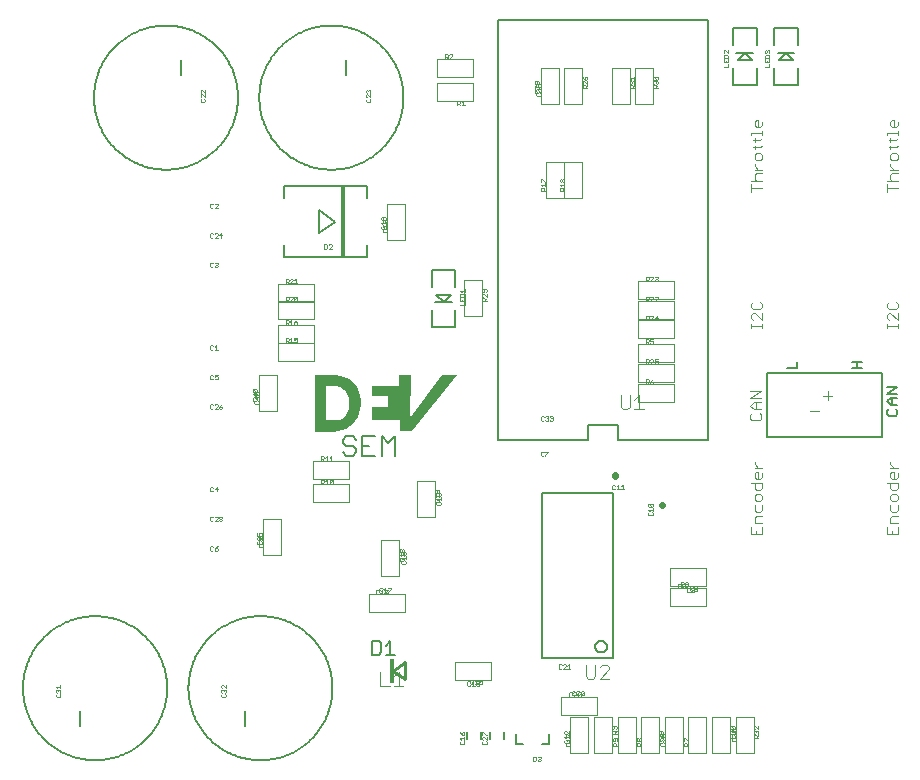
<source format=gbr>
G04 EAGLE Gerber RS-274X export*
G75*
%MOMM*%
%FSLAX34Y34*%
%LPD*%
%AMOC8*
5,1,8,0,0,1.08239X$1,22.5*%
G01*
%ADD10C,0.152400*%
%ADD11C,0.076200*%
%ADD12C,0.127000*%
%ADD13C,0.101600*%
%ADD14C,0.025400*%
%ADD15C,0.254000*%
%ADD16R,0.300000X2.100000*%
%ADD17C,0.558800*%
%ADD18C,0.203200*%
%ADD19R,0.400000X6.000000*%

G36*
X362220Y287304D02*
X362220Y287304D01*
X362225Y287302D01*
X365722Y287577D01*
X365730Y287582D01*
X365741Y287580D01*
X369152Y288399D01*
X369160Y288405D01*
X369170Y288405D01*
X372411Y289748D01*
X372418Y289755D01*
X372429Y289757D01*
X375419Y291589D01*
X375425Y291597D01*
X375435Y291601D01*
X378102Y293879D01*
X378107Y293888D01*
X378116Y293893D01*
X380394Y296560D01*
X380397Y296569D01*
X380406Y296576D01*
X382238Y299566D01*
X382240Y299576D01*
X382247Y299584D01*
X383590Y302825D01*
X383590Y302834D01*
X383596Y302843D01*
X384415Y306254D01*
X384413Y306264D01*
X384418Y306273D01*
X384693Y309770D01*
X384691Y309775D01*
X384693Y309778D01*
X384693Y309780D01*
X384693Y314352D01*
X384691Y314357D01*
X384693Y314362D01*
X384443Y317541D01*
X384438Y317549D01*
X384440Y317560D01*
X383695Y320661D01*
X383689Y320669D01*
X383689Y320680D01*
X382469Y323625D01*
X382462Y323632D01*
X382460Y323643D01*
X380794Y326362D01*
X380786Y326368D01*
X380782Y326378D01*
X378711Y328802D01*
X378708Y328804D01*
X378708Y328805D01*
X378702Y328807D01*
X378697Y328816D01*
X376273Y330887D01*
X376263Y330890D01*
X376257Y330899D01*
X373538Y332565D01*
X373528Y332566D01*
X373520Y332574D01*
X370575Y333794D01*
X370565Y333794D01*
X370556Y333800D01*
X367455Y334545D01*
X367446Y334543D01*
X367436Y334548D01*
X364257Y334798D01*
X364252Y334796D01*
X364247Y334798D01*
X346467Y334798D01*
X346465Y334797D01*
X346463Y334798D01*
X346420Y334778D01*
X346376Y334760D01*
X346376Y334758D01*
X346374Y334757D01*
X346341Y334672D01*
X346341Y287428D01*
X346342Y287426D01*
X346341Y287424D01*
X346361Y287381D01*
X346379Y287337D01*
X346381Y287337D01*
X346382Y287335D01*
X346467Y287302D01*
X362215Y287302D01*
X362220Y287304D01*
G37*
G36*
X428519Y287814D02*
X428519Y287814D01*
X428529Y287811D01*
X428572Y287837D01*
X428600Y287848D01*
X428602Y287854D01*
X428608Y287857D01*
X466200Y334847D01*
X466211Y334889D01*
X466227Y334930D01*
X466225Y334936D01*
X466226Y334942D01*
X466204Y334980D01*
X466186Y335019D01*
X466180Y335022D01*
X466177Y335027D01*
X466148Y335034D01*
X466101Y335052D01*
X453655Y335052D01*
X453643Y335047D01*
X453631Y335050D01*
X453592Y335026D01*
X453564Y335014D01*
X453561Y335006D01*
X453554Y335001D01*
X426357Y298488D01*
X427111Y334923D01*
X427110Y334927D01*
X427111Y334930D01*
X427092Y334972D01*
X427075Y335015D01*
X427071Y335016D01*
X427070Y335019D01*
X426985Y335052D01*
X417587Y335052D01*
X417585Y335051D01*
X417583Y335052D01*
X417540Y335032D01*
X417496Y335014D01*
X417496Y335012D01*
X417494Y335011D01*
X417461Y334926D01*
X417461Y325908D01*
X394219Y325908D01*
X394217Y325907D01*
X394215Y325908D01*
X394172Y325888D01*
X394128Y325870D01*
X394128Y325868D01*
X394126Y325867D01*
X394093Y325782D01*
X394093Y317654D01*
X394094Y317652D01*
X394093Y317650D01*
X394113Y317607D01*
X394131Y317563D01*
X394133Y317563D01*
X394134Y317561D01*
X394219Y317528D01*
X407555Y317528D01*
X407555Y308382D01*
X394219Y308382D01*
X394217Y308381D01*
X394215Y308382D01*
X394172Y308362D01*
X394128Y308344D01*
X394128Y308342D01*
X394126Y308341D01*
X394093Y308256D01*
X394093Y297080D01*
X394094Y297078D01*
X394093Y297076D01*
X394113Y297033D01*
X394131Y296989D01*
X394133Y296989D01*
X394134Y296987D01*
X394219Y296954D01*
X417715Y296954D01*
X417715Y287936D01*
X417716Y287934D01*
X417715Y287932D01*
X417735Y287889D01*
X417753Y287845D01*
X417755Y287845D01*
X417756Y287843D01*
X417841Y287810D01*
X428509Y287810D01*
X428519Y287814D01*
G37*
%LPC*%
G36*
X355737Y296698D02*
X355737Y296698D01*
X355737Y325656D01*
X362717Y325656D01*
X364862Y325468D01*
X366937Y324912D01*
X368883Y324005D01*
X370642Y322773D01*
X372160Y321255D01*
X373392Y319496D01*
X374299Y317550D01*
X374855Y315475D01*
X375043Y313330D01*
X375043Y308770D01*
X374859Y306669D01*
X374315Y304638D01*
X373426Y302731D01*
X372220Y301009D01*
X370732Y299521D01*
X369010Y298315D01*
X367103Y297426D01*
X365072Y296882D01*
X362971Y296698D01*
X355737Y296698D01*
G37*
%LPD*%
D10*
X380748Y280427D02*
X378036Y283139D01*
X372613Y283139D01*
X369901Y280427D01*
X369901Y277716D01*
X372613Y275004D01*
X378036Y275004D01*
X380748Y272292D01*
X380748Y269581D01*
X378036Y266869D01*
X372613Y266869D01*
X369901Y269581D01*
X386273Y283139D02*
X397119Y283139D01*
X386273Y283139D02*
X386273Y266869D01*
X397119Y266869D01*
X391696Y275004D02*
X386273Y275004D01*
X402644Y266869D02*
X402644Y283139D01*
X408067Y277716D01*
X413491Y283139D01*
X413491Y266869D01*
D11*
X715213Y493516D02*
X724619Y493516D01*
X715213Y490381D02*
X715213Y496652D01*
X715213Y499736D02*
X724619Y499736D01*
X719916Y499736D02*
X718348Y501304D01*
X718348Y504439D01*
X719916Y506007D01*
X724619Y506007D01*
X724619Y509091D02*
X718348Y509091D01*
X721484Y509091D02*
X718348Y512227D01*
X718348Y513794D01*
X724619Y518455D02*
X724619Y521590D01*
X723051Y523158D01*
X719916Y523158D01*
X718348Y521590D01*
X718348Y518455D01*
X719916Y516887D01*
X723051Y516887D01*
X724619Y518455D01*
X723051Y527810D02*
X716781Y527810D01*
X723051Y527810D02*
X724619Y529378D01*
X718348Y529378D02*
X718348Y526243D01*
X716781Y534047D02*
X723051Y534047D01*
X724619Y535615D01*
X718348Y535615D02*
X718348Y532479D01*
X715213Y538716D02*
X715213Y540284D01*
X724619Y540284D01*
X724619Y541851D02*
X724619Y538716D01*
X724619Y546521D02*
X724619Y549656D01*
X724619Y546521D02*
X723051Y544953D01*
X719916Y544953D01*
X718348Y546521D01*
X718348Y549656D01*
X719916Y551224D01*
X721484Y551224D01*
X721484Y544953D01*
X724619Y378516D02*
X724619Y375381D01*
X724619Y376949D02*
X715213Y376949D01*
X715213Y378516D02*
X715213Y375381D01*
X724619Y381618D02*
X724619Y387888D01*
X724619Y381618D02*
X718348Y387888D01*
X716781Y387888D01*
X715213Y386321D01*
X715213Y383185D01*
X716781Y381618D01*
X715213Y395676D02*
X716781Y397244D01*
X715213Y395676D02*
X715213Y392541D01*
X716781Y390973D01*
X723051Y390973D01*
X724619Y392541D01*
X724619Y395676D01*
X723051Y397244D01*
X715213Y206652D02*
X715213Y200381D01*
X724619Y200381D01*
X724619Y206652D01*
X719916Y203516D02*
X719916Y200381D01*
X718348Y209736D02*
X724619Y209736D01*
X718348Y209736D02*
X718348Y214439D01*
X719916Y216007D01*
X724619Y216007D01*
X718348Y220659D02*
X718348Y225362D01*
X718348Y220659D02*
X719916Y219091D01*
X723051Y219091D01*
X724619Y220659D01*
X724619Y225362D01*
X724619Y230014D02*
X724619Y233150D01*
X723051Y234717D01*
X719916Y234717D01*
X718348Y233150D01*
X718348Y230014D01*
X719916Y228447D01*
X723051Y228447D01*
X724619Y230014D01*
X724619Y244072D02*
X715213Y244072D01*
X724619Y244072D02*
X724619Y239369D01*
X723051Y237802D01*
X719916Y237802D01*
X718348Y239369D01*
X718348Y244072D01*
X724619Y248725D02*
X724619Y251860D01*
X724619Y248725D02*
X723051Y247157D01*
X719916Y247157D01*
X718348Y248725D01*
X718348Y251860D01*
X719916Y253428D01*
X721484Y253428D01*
X721484Y247157D01*
X724619Y256512D02*
X718348Y256512D01*
X718348Y259647D02*
X721484Y256512D01*
X718348Y259647D02*
X718348Y261215D01*
D10*
X800595Y340762D02*
X809238Y340762D01*
X804916Y340762D02*
X804916Y346524D01*
X800595Y346524D02*
X809238Y346524D01*
X754238Y340762D02*
X745595Y340762D01*
X754238Y340762D02*
X754238Y346524D01*
D11*
X830213Y493516D02*
X839619Y493516D01*
X830213Y490381D02*
X830213Y496652D01*
X830213Y499736D02*
X839619Y499736D01*
X834916Y499736D02*
X833348Y501304D01*
X833348Y504439D01*
X834916Y506007D01*
X839619Y506007D01*
X839619Y509091D02*
X833348Y509091D01*
X836484Y509091D02*
X833348Y512227D01*
X833348Y513794D01*
X839619Y518455D02*
X839619Y521590D01*
X838051Y523158D01*
X834916Y523158D01*
X833348Y521590D01*
X833348Y518455D01*
X834916Y516887D01*
X838051Y516887D01*
X839619Y518455D01*
X838051Y527810D02*
X831781Y527810D01*
X838051Y527810D02*
X839619Y529378D01*
X833348Y529378D02*
X833348Y526243D01*
X831781Y534047D02*
X838051Y534047D01*
X839619Y535615D01*
X833348Y535615D02*
X833348Y532479D01*
X830213Y538716D02*
X830213Y540284D01*
X839619Y540284D01*
X839619Y541851D02*
X839619Y538716D01*
X839619Y546521D02*
X839619Y549656D01*
X839619Y546521D02*
X838051Y544953D01*
X834916Y544953D01*
X833348Y546521D01*
X833348Y549656D01*
X834916Y551224D01*
X836484Y551224D01*
X836484Y544953D01*
X839619Y378516D02*
X839619Y375381D01*
X839619Y376949D02*
X830213Y376949D01*
X830213Y378516D02*
X830213Y375381D01*
X839619Y381618D02*
X839619Y387888D01*
X839619Y381618D02*
X833348Y387888D01*
X831781Y387888D01*
X830213Y386321D01*
X830213Y383185D01*
X831781Y381618D01*
X830213Y395676D02*
X831781Y397244D01*
X830213Y395676D02*
X830213Y392541D01*
X831781Y390973D01*
X838051Y390973D01*
X839619Y392541D01*
X839619Y395676D01*
X838051Y397244D01*
D10*
X832035Y306524D02*
X830595Y305084D01*
X830595Y302203D01*
X832035Y300762D01*
X837797Y300762D01*
X839238Y302203D01*
X839238Y305084D01*
X837797Y306524D01*
X839238Y310117D02*
X833476Y310117D01*
X830595Y312998D01*
X833476Y315879D01*
X839238Y315879D01*
X834916Y315879D02*
X834916Y310117D01*
X830595Y319472D02*
X839238Y319472D01*
X839238Y325235D02*
X830595Y319472D01*
X830595Y325235D02*
X839238Y325235D01*
D11*
X830213Y206652D02*
X830213Y200381D01*
X839619Y200381D01*
X839619Y206652D01*
X834916Y203516D02*
X834916Y200381D01*
X833348Y209736D02*
X839619Y209736D01*
X833348Y209736D02*
X833348Y214439D01*
X834916Y216007D01*
X839619Y216007D01*
X833348Y220659D02*
X833348Y225362D01*
X833348Y220659D02*
X834916Y219091D01*
X838051Y219091D01*
X839619Y220659D01*
X839619Y225362D01*
X839619Y230014D02*
X839619Y233150D01*
X838051Y234717D01*
X834916Y234717D01*
X833348Y233150D01*
X833348Y230014D01*
X834916Y228447D01*
X838051Y228447D01*
X839619Y230014D01*
X839619Y244072D02*
X830213Y244072D01*
X839619Y244072D02*
X839619Y239369D01*
X838051Y237802D01*
X834916Y237802D01*
X833348Y239369D01*
X833348Y244072D01*
X839619Y248725D02*
X839619Y251860D01*
X839619Y248725D02*
X838051Y247157D01*
X834916Y247157D01*
X833348Y248725D01*
X833348Y251860D01*
X834916Y253428D01*
X836484Y253428D01*
X836484Y247157D01*
X839619Y256512D02*
X833348Y256512D01*
X833348Y259647D02*
X836484Y256512D01*
X833348Y259647D02*
X833348Y261215D01*
D12*
X598340Y95300D02*
X538340Y95300D01*
X538340Y235300D01*
X598340Y235300D01*
X598340Y95300D01*
X583340Y105300D02*
X583342Y105441D01*
X583348Y105582D01*
X583358Y105722D01*
X583372Y105862D01*
X583390Y106002D01*
X583411Y106141D01*
X583437Y106280D01*
X583466Y106418D01*
X583500Y106554D01*
X583537Y106690D01*
X583578Y106825D01*
X583623Y106959D01*
X583672Y107091D01*
X583724Y107222D01*
X583780Y107351D01*
X583840Y107478D01*
X583903Y107604D01*
X583969Y107728D01*
X584040Y107851D01*
X584113Y107971D01*
X584190Y108089D01*
X584270Y108205D01*
X584354Y108318D01*
X584440Y108429D01*
X584530Y108538D01*
X584623Y108644D01*
X584718Y108747D01*
X584817Y108848D01*
X584918Y108946D01*
X585022Y109041D01*
X585129Y109133D01*
X585238Y109222D01*
X585350Y109307D01*
X585464Y109390D01*
X585580Y109470D01*
X585699Y109546D01*
X585820Y109618D01*
X585942Y109688D01*
X586067Y109753D01*
X586193Y109816D01*
X586321Y109874D01*
X586451Y109929D01*
X586582Y109981D01*
X586715Y110028D01*
X586849Y110072D01*
X586984Y110113D01*
X587120Y110149D01*
X587257Y110181D01*
X587395Y110210D01*
X587533Y110235D01*
X587673Y110255D01*
X587813Y110272D01*
X587953Y110285D01*
X588094Y110294D01*
X588234Y110299D01*
X588375Y110300D01*
X588516Y110297D01*
X588657Y110290D01*
X588797Y110279D01*
X588937Y110264D01*
X589077Y110245D01*
X589216Y110223D01*
X589354Y110196D01*
X589492Y110166D01*
X589628Y110131D01*
X589764Y110093D01*
X589898Y110051D01*
X590032Y110005D01*
X590164Y109956D01*
X590294Y109902D01*
X590423Y109845D01*
X590550Y109785D01*
X590676Y109721D01*
X590799Y109653D01*
X590921Y109582D01*
X591041Y109508D01*
X591158Y109430D01*
X591273Y109349D01*
X591386Y109265D01*
X591497Y109178D01*
X591605Y109087D01*
X591710Y108994D01*
X591813Y108897D01*
X591913Y108798D01*
X592010Y108696D01*
X592104Y108591D01*
X592195Y108484D01*
X592283Y108374D01*
X592368Y108262D01*
X592450Y108147D01*
X592529Y108030D01*
X592604Y107911D01*
X592676Y107790D01*
X592744Y107667D01*
X592809Y107542D01*
X592871Y107415D01*
X592928Y107286D01*
X592983Y107156D01*
X593033Y107025D01*
X593080Y106892D01*
X593123Y106758D01*
X593162Y106622D01*
X593197Y106486D01*
X593229Y106349D01*
X593256Y106211D01*
X593280Y106072D01*
X593300Y105932D01*
X593316Y105792D01*
X593328Y105652D01*
X593336Y105511D01*
X593340Y105370D01*
X593340Y105230D01*
X593336Y105089D01*
X593328Y104948D01*
X593316Y104808D01*
X593300Y104668D01*
X593280Y104528D01*
X593256Y104389D01*
X593229Y104251D01*
X593197Y104114D01*
X593162Y103978D01*
X593123Y103842D01*
X593080Y103708D01*
X593033Y103575D01*
X592983Y103444D01*
X592928Y103314D01*
X592871Y103185D01*
X592809Y103058D01*
X592744Y102933D01*
X592676Y102810D01*
X592604Y102689D01*
X592529Y102570D01*
X592450Y102453D01*
X592368Y102338D01*
X592283Y102226D01*
X592195Y102116D01*
X592104Y102009D01*
X592010Y101904D01*
X591913Y101802D01*
X591813Y101703D01*
X591710Y101606D01*
X591605Y101513D01*
X591497Y101422D01*
X591386Y101335D01*
X591273Y101251D01*
X591158Y101170D01*
X591041Y101092D01*
X590921Y101018D01*
X590799Y100947D01*
X590676Y100879D01*
X590550Y100815D01*
X590423Y100755D01*
X590294Y100698D01*
X590164Y100644D01*
X590032Y100595D01*
X589898Y100549D01*
X589764Y100507D01*
X589628Y100469D01*
X589492Y100434D01*
X589354Y100404D01*
X589216Y100377D01*
X589077Y100355D01*
X588937Y100336D01*
X588797Y100321D01*
X588657Y100310D01*
X588516Y100303D01*
X588375Y100300D01*
X588234Y100301D01*
X588094Y100306D01*
X587953Y100315D01*
X587813Y100328D01*
X587673Y100345D01*
X587533Y100365D01*
X587395Y100390D01*
X587257Y100419D01*
X587120Y100451D01*
X586984Y100487D01*
X586849Y100528D01*
X586715Y100572D01*
X586582Y100619D01*
X586451Y100671D01*
X586321Y100726D01*
X586193Y100784D01*
X586067Y100847D01*
X585942Y100912D01*
X585820Y100982D01*
X585699Y101054D01*
X585580Y101130D01*
X585464Y101210D01*
X585350Y101293D01*
X585238Y101378D01*
X585129Y101467D01*
X585022Y101559D01*
X584918Y101654D01*
X584817Y101752D01*
X584718Y101853D01*
X584623Y101956D01*
X584530Y102062D01*
X584440Y102171D01*
X584354Y102282D01*
X584270Y102395D01*
X584190Y102511D01*
X584113Y102629D01*
X584040Y102749D01*
X583969Y102872D01*
X583903Y102996D01*
X583840Y103122D01*
X583780Y103249D01*
X583724Y103378D01*
X583672Y103509D01*
X583623Y103641D01*
X583578Y103775D01*
X583537Y103910D01*
X583500Y104046D01*
X583466Y104182D01*
X583437Y104320D01*
X583411Y104459D01*
X583390Y104598D01*
X583372Y104738D01*
X583358Y104878D01*
X583348Y105018D01*
X583342Y105159D01*
X583340Y105300D01*
D13*
X575460Y89802D02*
X575460Y80057D01*
X577409Y78108D01*
X581307Y78108D01*
X583256Y80057D01*
X583256Y89802D01*
X587154Y78108D02*
X594950Y78108D01*
X587154Y78108D02*
X594950Y85904D01*
X594950Y87853D01*
X593001Y89802D01*
X589103Y89802D01*
X587154Y87853D01*
X575460Y89802D02*
X575460Y80057D01*
X577409Y78108D01*
X581307Y78108D01*
X583256Y80057D01*
X583256Y89802D01*
X587154Y78108D02*
X594950Y78108D01*
X587154Y78108D02*
X594950Y85904D01*
X594950Y87853D01*
X593001Y89802D01*
X589103Y89802D01*
X587154Y87853D01*
D14*
X566319Y67195D02*
X565684Y67830D01*
X564413Y67830D01*
X563777Y67195D01*
X563777Y64653D01*
X564413Y64017D01*
X565684Y64017D01*
X566319Y64653D01*
X567519Y64017D02*
X570061Y64017D01*
X567519Y64017D02*
X570061Y66559D01*
X570061Y67195D01*
X569426Y67830D01*
X568155Y67830D01*
X567519Y67195D01*
X571261Y67195D02*
X571261Y64653D01*
X571261Y67195D02*
X571897Y67830D01*
X573168Y67830D01*
X573803Y67195D01*
X573803Y64653D01*
X573168Y64017D01*
X571897Y64017D01*
X571261Y64653D01*
X573803Y67195D01*
D11*
X585240Y62620D02*
X554760Y62620D01*
X585240Y62620D02*
X585240Y47380D01*
X554760Y47380D01*
X554760Y62620D01*
D14*
X563144Y66560D02*
X563779Y65925D01*
X563144Y66560D02*
X561873Y66560D01*
X561237Y65925D01*
X561237Y63383D01*
X561873Y62747D01*
X563144Y62747D01*
X563779Y63383D01*
X564979Y62747D02*
X567521Y62747D01*
X564979Y62747D02*
X567521Y65289D01*
X567521Y65925D01*
X566886Y66560D01*
X565615Y66560D01*
X564979Y65925D01*
X568721Y65925D02*
X568721Y63383D01*
X568721Y65925D02*
X569357Y66560D01*
X570628Y66560D01*
X571263Y65925D01*
X571263Y63383D01*
X570628Y62747D01*
X569357Y62747D01*
X568721Y63383D01*
X571263Y65925D01*
X449014Y227157D02*
X449649Y227793D01*
X449014Y227157D02*
X449014Y225886D01*
X449649Y225251D01*
X452191Y225251D01*
X452827Y225886D01*
X452827Y227157D01*
X452191Y227793D01*
X450285Y228993D02*
X449014Y230264D01*
X452827Y230264D01*
X452827Y228993D02*
X452827Y231535D01*
X452191Y232735D02*
X452827Y233370D01*
X452827Y234642D01*
X452191Y235277D01*
X449649Y235277D01*
X449014Y234642D01*
X449014Y233370D01*
X449649Y232735D01*
X450285Y232735D01*
X450920Y233370D01*
X450920Y235277D01*
D11*
X447620Y245240D02*
X447620Y214760D01*
X432380Y214760D01*
X432380Y245240D01*
X447620Y245240D01*
D14*
X448379Y230333D02*
X447744Y229697D01*
X447744Y228426D01*
X448379Y227791D01*
X450921Y227791D01*
X451557Y228426D01*
X451557Y229697D01*
X450921Y230333D01*
X449015Y231533D02*
X447744Y232804D01*
X451557Y232804D01*
X451557Y231533D02*
X451557Y234075D01*
X450921Y235275D02*
X451557Y235910D01*
X451557Y237182D01*
X450921Y237817D01*
X448379Y237817D01*
X447744Y237182D01*
X447744Y235910D01*
X448379Y235275D01*
X449015Y235275D01*
X449650Y235910D01*
X449650Y237817D01*
X419649Y177793D02*
X419014Y177157D01*
X419014Y175886D01*
X419649Y175251D01*
X422191Y175251D01*
X422827Y175886D01*
X422827Y177157D01*
X422191Y177793D01*
X420285Y178993D02*
X419014Y180264D01*
X422827Y180264D01*
X422827Y178993D02*
X422827Y181535D01*
X419649Y182735D02*
X419014Y183370D01*
X419014Y184642D01*
X419649Y185277D01*
X420285Y185277D01*
X420920Y184642D01*
X421556Y185277D01*
X422191Y185277D01*
X422827Y184642D01*
X422827Y183370D01*
X422191Y182735D01*
X421556Y182735D01*
X420920Y183370D01*
X420285Y182735D01*
X419649Y182735D01*
X420920Y183370D02*
X420920Y184642D01*
D11*
X417620Y195240D02*
X417620Y164760D01*
X402380Y164760D01*
X402380Y195240D01*
X417620Y195240D01*
D14*
X418379Y180333D02*
X417744Y179697D01*
X417744Y178426D01*
X418379Y177791D01*
X420921Y177791D01*
X421557Y178426D01*
X421557Y179697D01*
X420921Y180333D01*
X419015Y181533D02*
X417744Y182804D01*
X421557Y182804D01*
X421557Y181533D02*
X421557Y184075D01*
X418379Y185275D02*
X417744Y185910D01*
X417744Y187182D01*
X418379Y187817D01*
X419015Y187817D01*
X419650Y187182D01*
X420286Y187817D01*
X420921Y187817D01*
X421557Y187182D01*
X421557Y185910D01*
X420921Y185275D01*
X420286Y185275D01*
X419650Y185910D01*
X419015Y185275D01*
X418379Y185275D01*
X419650Y185910D02*
X419650Y187182D01*
X402684Y154830D02*
X403319Y154195D01*
X402684Y154830D02*
X401413Y154830D01*
X400777Y154195D01*
X400777Y151653D01*
X401413Y151017D01*
X402684Y151017D01*
X403319Y151653D01*
X404519Y153559D02*
X405790Y154830D01*
X405790Y151017D01*
X404519Y151017D02*
X407061Y151017D01*
X408261Y154830D02*
X410803Y154830D01*
X410803Y154195D01*
X408261Y151653D01*
X408261Y151017D01*
D11*
X422240Y149620D02*
X391760Y149620D01*
X422240Y149620D02*
X422240Y134380D01*
X391760Y134380D01*
X391760Y149620D01*
D14*
X400144Y153560D02*
X400779Y152925D01*
X400144Y153560D02*
X398873Y153560D01*
X398237Y152925D01*
X398237Y150383D01*
X398873Y149747D01*
X400144Y149747D01*
X400779Y150383D01*
X401979Y152289D02*
X403250Y153560D01*
X403250Y149747D01*
X401979Y149747D02*
X404521Y149747D01*
X405721Y153560D02*
X408263Y153560D01*
X408263Y152925D01*
X405721Y150383D01*
X405721Y149747D01*
D15*
X422500Y92500D02*
X412000Y85000D01*
X422500Y78000D02*
X422500Y92500D01*
X412000Y85000D02*
X422500Y78000D01*
D12*
X394235Y98495D02*
X394235Y109935D01*
X394235Y98495D02*
X399955Y98495D01*
X401862Y100402D01*
X401862Y108028D01*
X399955Y109935D01*
X394235Y109935D01*
X405929Y106122D02*
X409742Y109935D01*
X409742Y98495D01*
X405929Y98495D02*
X413555Y98495D01*
D16*
X411500Y85000D03*
D12*
X394235Y98495D02*
X394235Y109935D01*
X394235Y98495D02*
X399955Y98495D01*
X401862Y100402D01*
X401862Y108028D01*
X399955Y109935D01*
X394235Y109935D01*
X405929Y106122D02*
X409742Y109935D01*
X409742Y98495D01*
X405929Y98495D02*
X413555Y98495D01*
D13*
X401458Y83952D02*
X401458Y72258D01*
X409254Y72258D01*
X413152Y80054D02*
X417050Y83952D01*
X417050Y72258D01*
X413152Y72258D02*
X420948Y72258D01*
X401458Y72258D02*
X401458Y83952D01*
X401458Y72258D02*
X409254Y72258D01*
X413152Y80054D02*
X417050Y83952D01*
X417050Y72258D01*
X413152Y72258D02*
X420948Y72258D01*
D14*
X402170Y460684D02*
X402805Y461319D01*
X402170Y460684D02*
X402170Y459413D01*
X402805Y458777D01*
X405347Y458777D01*
X405983Y459413D01*
X405983Y460684D01*
X405347Y461319D01*
X403441Y462519D02*
X402170Y463790D01*
X405983Y463790D01*
X405983Y462519D02*
X405983Y465061D01*
X402805Y466261D02*
X402170Y466897D01*
X402170Y468168D01*
X402805Y468803D01*
X403441Y468803D01*
X404076Y468168D01*
X404076Y467532D01*
X404076Y468168D02*
X404712Y468803D01*
X405347Y468803D01*
X405983Y468168D01*
X405983Y466897D01*
X405347Y466261D01*
D11*
X407380Y480240D02*
X407380Y449760D01*
X407380Y480240D02*
X422620Y480240D01*
X422620Y449760D01*
X407380Y449760D01*
D14*
X403440Y458144D02*
X404075Y458779D01*
X403440Y458144D02*
X403440Y456873D01*
X404075Y456237D01*
X406617Y456237D01*
X407253Y456873D01*
X407253Y458144D01*
X406617Y458779D01*
X404711Y459979D02*
X403440Y461250D01*
X407253Y461250D01*
X407253Y459979D02*
X407253Y462521D01*
X404075Y463721D02*
X403440Y464357D01*
X403440Y465628D01*
X404075Y466263D01*
X404711Y466263D01*
X405346Y465628D01*
X405346Y464992D01*
X405346Y465628D02*
X405982Y466263D01*
X406617Y466263D01*
X407253Y465628D01*
X407253Y464357D01*
X406617Y463721D01*
X557805Y26319D02*
X557170Y25684D01*
X557170Y24413D01*
X557805Y23777D01*
X560347Y23777D01*
X560983Y24413D01*
X560983Y25684D01*
X560347Y26319D01*
X558441Y27519D02*
X557170Y28790D01*
X560983Y28790D01*
X560983Y27519D02*
X560983Y30061D01*
X560983Y31261D02*
X560983Y33803D01*
X560983Y31261D02*
X558441Y33803D01*
X557805Y33803D01*
X557170Y33168D01*
X557170Y31897D01*
X557805Y31261D01*
D11*
X562380Y45240D02*
X562380Y14760D01*
X562380Y45240D02*
X577620Y45240D01*
X577620Y14760D01*
X562380Y14760D01*
D14*
X558440Y23144D02*
X559075Y23779D01*
X558440Y23144D02*
X558440Y21873D01*
X559075Y21237D01*
X561617Y21237D01*
X562253Y21873D01*
X562253Y23144D01*
X561617Y23779D01*
X559711Y24979D02*
X558440Y26250D01*
X562253Y26250D01*
X562253Y24979D02*
X562253Y27521D01*
X562253Y28721D02*
X562253Y31263D01*
X562253Y28721D02*
X559711Y31263D01*
X559075Y31263D01*
X558440Y30628D01*
X558440Y29357D01*
X559075Y28721D01*
X477793Y75351D02*
X477157Y75986D01*
X475886Y75986D01*
X475251Y75351D01*
X475251Y72809D01*
X475886Y72173D01*
X477157Y72173D01*
X477793Y72809D01*
X478993Y74715D02*
X480264Y75986D01*
X480264Y72173D01*
X478993Y72173D02*
X481535Y72173D01*
X482735Y75986D02*
X485277Y75986D01*
X482735Y75986D02*
X482735Y74080D01*
X484006Y74715D01*
X484642Y74715D01*
X485277Y74080D01*
X485277Y72809D01*
X484642Y72173D01*
X483370Y72173D01*
X482735Y72809D01*
D11*
X495240Y77380D02*
X464760Y77380D01*
X464760Y92620D01*
X495240Y92620D01*
X495240Y77380D01*
D14*
X480333Y76621D02*
X479697Y77256D01*
X478426Y77256D01*
X477791Y76621D01*
X477791Y74079D01*
X478426Y73443D01*
X479697Y73443D01*
X480333Y74079D01*
X481533Y75985D02*
X482804Y77256D01*
X482804Y73443D01*
X481533Y73443D02*
X484075Y73443D01*
X485275Y77256D02*
X487817Y77256D01*
X485275Y77256D02*
X485275Y75350D01*
X486546Y75985D01*
X487182Y75985D01*
X487817Y75350D01*
X487817Y74079D01*
X487182Y73443D01*
X485910Y73443D01*
X485275Y74079D01*
D17*
X600000Y249695D02*
X600000Y250305D01*
D14*
X599697Y242256D02*
X600333Y241621D01*
X599697Y242256D02*
X598426Y242256D01*
X597791Y241621D01*
X597791Y239079D01*
X598426Y238443D01*
X599697Y238443D01*
X600333Y239079D01*
X601533Y240985D02*
X602804Y242256D01*
X602804Y238443D01*
X601533Y238443D02*
X604075Y238443D01*
X605275Y240985D02*
X606546Y242256D01*
X606546Y238443D01*
X605275Y238443D02*
X607817Y238443D01*
X600333Y241621D02*
X599697Y242256D01*
X598426Y242256D01*
X597791Y241621D01*
X597791Y239079D01*
X598426Y238443D01*
X599697Y238443D01*
X600333Y239079D01*
X601533Y240985D02*
X602804Y242256D01*
X602804Y238443D01*
X601533Y238443D02*
X604075Y238443D01*
X605275Y240985D02*
X606546Y242256D01*
X606546Y238443D01*
X605275Y238443D02*
X607817Y238443D01*
X662899Y154986D02*
X663535Y154351D01*
X662899Y154986D02*
X661628Y154986D01*
X660993Y154351D01*
X660993Y151809D01*
X661628Y151173D01*
X662899Y151173D01*
X663535Y151809D01*
X664735Y151809D02*
X665370Y151173D01*
X666642Y151173D01*
X667277Y151809D01*
X667277Y154351D01*
X666642Y154986D01*
X665370Y154986D01*
X664735Y154351D01*
X664735Y153715D01*
X665370Y153080D01*
X667277Y153080D01*
D11*
X677240Y156380D02*
X646760Y156380D01*
X646760Y171620D01*
X677240Y171620D01*
X677240Y156380D01*
D14*
X666075Y155621D02*
X665439Y156256D01*
X664168Y156256D01*
X663533Y155621D01*
X663533Y153079D01*
X664168Y152443D01*
X665439Y152443D01*
X666075Y153079D01*
X667275Y153079D02*
X667910Y152443D01*
X669182Y152443D01*
X669817Y153079D01*
X669817Y155621D01*
X669182Y156256D01*
X667910Y156256D01*
X667275Y155621D01*
X667275Y154985D01*
X667910Y154350D01*
X669817Y154350D01*
X658319Y159195D02*
X657684Y159830D01*
X656413Y159830D01*
X655777Y159195D01*
X655777Y156653D01*
X656413Y156017D01*
X657684Y156017D01*
X658319Y156653D01*
X659519Y159195D02*
X660155Y159830D01*
X661426Y159830D01*
X662061Y159195D01*
X662061Y158559D01*
X661426Y157924D01*
X662061Y157288D01*
X662061Y156653D01*
X661426Y156017D01*
X660155Y156017D01*
X659519Y156653D01*
X659519Y157288D01*
X660155Y157924D01*
X659519Y158559D01*
X659519Y159195D01*
X660155Y157924D02*
X661426Y157924D01*
D11*
X646760Y154620D02*
X677240Y154620D01*
X677240Y139380D01*
X646760Y139380D01*
X646760Y154620D01*
D14*
X655144Y158560D02*
X655779Y157925D01*
X655144Y158560D02*
X653873Y158560D01*
X653237Y157925D01*
X653237Y155383D01*
X653873Y154747D01*
X655144Y154747D01*
X655779Y155383D01*
X656979Y157925D02*
X657615Y158560D01*
X658886Y158560D01*
X659521Y157925D01*
X659521Y157289D01*
X658886Y156654D01*
X659521Y156018D01*
X659521Y155383D01*
X658886Y154747D01*
X657615Y154747D01*
X656979Y155383D01*
X656979Y156018D01*
X657615Y156654D01*
X656979Y157289D01*
X656979Y157925D01*
X657615Y156654D02*
X658886Y156654D01*
X622253Y21237D02*
X618440Y21237D01*
X618440Y23144D01*
X619075Y23779D01*
X620346Y23779D01*
X620982Y23144D01*
X620982Y21237D01*
X620982Y22508D02*
X622253Y23779D01*
X619075Y24979D02*
X618440Y25615D01*
X618440Y26886D01*
X619075Y27521D01*
X619711Y27521D01*
X620346Y26886D01*
X620982Y27521D01*
X621617Y27521D01*
X622253Y26886D01*
X622253Y25615D01*
X621617Y24979D01*
X620982Y24979D01*
X620346Y25615D01*
X619711Y24979D01*
X619075Y24979D01*
X620346Y25615D02*
X620346Y26886D01*
D11*
X622380Y14760D02*
X622380Y45240D01*
X637620Y45240D01*
X637620Y14760D01*
X622380Y14760D01*
D14*
X622253Y21237D02*
X618440Y21237D01*
X618440Y23144D01*
X619075Y23779D01*
X620346Y23779D01*
X620982Y23144D01*
X620982Y21237D01*
X620982Y22508D02*
X622253Y23779D01*
X619075Y24979D02*
X618440Y25615D01*
X618440Y26886D01*
X619075Y27521D01*
X619711Y27521D01*
X620346Y26886D01*
X620982Y27521D01*
X621617Y27521D01*
X622253Y26886D01*
X622253Y25615D01*
X621617Y24979D01*
X620982Y24979D01*
X620346Y25615D01*
X619711Y24979D01*
X619075Y24979D01*
X620346Y25615D02*
X620346Y26886D01*
X658440Y21237D02*
X662253Y21237D01*
X658440Y21237D02*
X658440Y23144D01*
X659075Y23779D01*
X660346Y23779D01*
X660982Y23144D01*
X660982Y21237D01*
X660982Y22508D02*
X662253Y23779D01*
X658440Y24979D02*
X658440Y27521D01*
X659075Y27521D01*
X661617Y24979D01*
X662253Y24979D01*
D11*
X662380Y14760D02*
X662380Y45240D01*
X677620Y45240D01*
X677620Y14760D01*
X662380Y14760D01*
D14*
X662253Y21237D02*
X658440Y21237D01*
X658440Y23144D01*
X659075Y23779D01*
X660346Y23779D01*
X660982Y23144D01*
X660982Y21237D01*
X660982Y22508D02*
X662253Y23779D01*
X658440Y24979D02*
X658440Y27521D01*
X659075Y27521D01*
X661617Y24979D01*
X662253Y24979D01*
X637805Y26319D02*
X637170Y25684D01*
X637170Y24413D01*
X637805Y23777D01*
X640347Y23777D01*
X640983Y24413D01*
X640983Y25684D01*
X640347Y26319D01*
X640983Y27519D02*
X640983Y30061D01*
X640983Y27519D02*
X638441Y30061D01*
X637805Y30061D01*
X637170Y29426D01*
X637170Y28155D01*
X637805Y27519D01*
X640347Y31261D02*
X640983Y31897D01*
X640983Y33168D01*
X640347Y33803D01*
X637805Y33803D01*
X637170Y33168D01*
X637170Y31897D01*
X637805Y31261D01*
X638441Y31261D01*
X639076Y31897D01*
X639076Y33803D01*
D11*
X642380Y45240D02*
X642380Y14760D01*
X642380Y45240D02*
X657620Y45240D01*
X657620Y14760D01*
X642380Y14760D01*
D14*
X638440Y23144D02*
X639075Y23779D01*
X638440Y23144D02*
X638440Y21873D01*
X639075Y21237D01*
X641617Y21237D01*
X642253Y21873D01*
X642253Y23144D01*
X641617Y23779D01*
X642253Y24979D02*
X642253Y27521D01*
X642253Y24979D02*
X639711Y27521D01*
X639075Y27521D01*
X638440Y26886D01*
X638440Y25615D01*
X639075Y24979D01*
X641617Y28721D02*
X642253Y29357D01*
X642253Y30628D01*
X641617Y31263D01*
X639075Y31263D01*
X638440Y30628D01*
X638440Y29357D01*
X639075Y28721D01*
X639711Y28721D01*
X640346Y29357D01*
X640346Y31263D01*
X699014Y27157D02*
X699649Y27793D01*
X699014Y27157D02*
X699014Y25886D01*
X699649Y25251D01*
X702191Y25251D01*
X702827Y25886D01*
X702827Y27157D01*
X702191Y27793D01*
X699649Y28993D02*
X699014Y29628D01*
X699014Y30899D01*
X699649Y31535D01*
X700285Y31535D01*
X700920Y30899D01*
X700920Y30264D01*
X700920Y30899D02*
X701556Y31535D01*
X702191Y31535D01*
X702827Y30899D01*
X702827Y29628D01*
X702191Y28993D01*
X702191Y32735D02*
X699649Y32735D01*
X699014Y33370D01*
X699014Y34642D01*
X699649Y35277D01*
X702191Y35277D01*
X702827Y34642D01*
X702827Y33370D01*
X702191Y32735D01*
X699649Y35277D01*
D11*
X697620Y45240D02*
X697620Y14760D01*
X682380Y14760D01*
X682380Y45240D01*
X697620Y45240D01*
D14*
X698379Y30333D02*
X697744Y29697D01*
X697744Y28426D01*
X698379Y27791D01*
X700921Y27791D01*
X701557Y28426D01*
X701557Y29697D01*
X700921Y30333D01*
X698379Y31533D02*
X697744Y32168D01*
X697744Y33439D01*
X698379Y34075D01*
X699015Y34075D01*
X699650Y33439D01*
X699650Y32804D01*
X699650Y33439D02*
X700286Y34075D01*
X700921Y34075D01*
X701557Y33439D01*
X701557Y32168D01*
X700921Y31533D01*
X700921Y35275D02*
X698379Y35275D01*
X697744Y35910D01*
X697744Y37182D01*
X698379Y37817D01*
X700921Y37817D01*
X701557Y37182D01*
X701557Y35910D01*
X700921Y35275D01*
X698379Y37817D01*
X601557Y31533D02*
X597744Y31533D01*
X597744Y33439D01*
X598379Y34075D01*
X599650Y34075D01*
X600286Y33439D01*
X600286Y31533D01*
X600286Y32804D02*
X601557Y34075D01*
X598379Y35275D02*
X597744Y35910D01*
X597744Y37182D01*
X598379Y37817D01*
X599015Y37817D01*
X599650Y37182D01*
X599650Y36546D01*
X599650Y37182D02*
X600286Y37817D01*
X600921Y37817D01*
X601557Y37182D01*
X601557Y35910D01*
X600921Y35275D01*
D11*
X597620Y45240D02*
X597620Y14760D01*
X582380Y14760D01*
X582380Y45240D01*
X597620Y45240D01*
D14*
X597744Y31533D02*
X601557Y31533D01*
X597744Y31533D02*
X597744Y33439D01*
X598379Y34075D01*
X599650Y34075D01*
X600286Y33439D01*
X600286Y31533D01*
X600286Y32804D02*
X601557Y34075D01*
X598379Y35275D02*
X597744Y35910D01*
X597744Y37182D01*
X598379Y37817D01*
X599015Y37817D01*
X599650Y37182D01*
X599650Y36546D01*
X599650Y37182D02*
X600286Y37817D01*
X600921Y37817D01*
X601557Y37182D01*
X601557Y35910D01*
X600921Y35275D01*
X602253Y21237D02*
X598440Y21237D01*
X598440Y23144D01*
X599075Y23779D01*
X600346Y23779D01*
X600982Y23144D01*
X600982Y21237D01*
X600982Y22508D02*
X602253Y23779D01*
X601617Y24979D02*
X602253Y25615D01*
X602253Y26886D01*
X601617Y27521D01*
X599075Y27521D01*
X598440Y26886D01*
X598440Y25615D01*
X599075Y24979D01*
X599711Y24979D01*
X600346Y25615D01*
X600346Y27521D01*
D11*
X602380Y14760D02*
X602380Y45240D01*
X617620Y45240D01*
X617620Y14760D01*
X602380Y14760D01*
D14*
X602253Y21237D02*
X598440Y21237D01*
X598440Y23144D01*
X599075Y23779D01*
X600346Y23779D01*
X600982Y23144D01*
X600982Y21237D01*
X600982Y22508D02*
X602253Y23779D01*
X601617Y24979D02*
X602253Y25615D01*
X602253Y26886D01*
X601617Y27521D01*
X599075Y27521D01*
X598440Y26886D01*
X598440Y25615D01*
X599075Y24979D01*
X599711Y24979D01*
X600346Y25615D01*
X600346Y27521D01*
D17*
X639695Y225000D02*
X640305Y225000D01*
D14*
X629075Y218779D02*
X628440Y218144D01*
X628440Y216873D01*
X629075Y216237D01*
X631617Y216237D01*
X632253Y216873D01*
X632253Y218144D01*
X631617Y218779D01*
X629711Y219979D02*
X628440Y221250D01*
X632253Y221250D01*
X632253Y219979D02*
X632253Y222521D01*
X631617Y223721D02*
X629075Y223721D01*
X628440Y224357D01*
X628440Y225628D01*
X629075Y226263D01*
X631617Y226263D01*
X632253Y225628D01*
X632253Y224357D01*
X631617Y223721D01*
X629075Y226263D01*
X629075Y218779D02*
X628440Y218144D01*
X628440Y216873D01*
X629075Y216237D01*
X631617Y216237D01*
X632253Y216873D01*
X632253Y218144D01*
X631617Y218779D01*
X629711Y219979D02*
X628440Y221250D01*
X632253Y221250D01*
X632253Y219979D02*
X632253Y222521D01*
X631617Y223721D02*
X629075Y223721D01*
X628440Y224357D01*
X628440Y225628D01*
X629075Y226263D01*
X631617Y226263D01*
X632253Y225628D01*
X632253Y224357D01*
X631617Y223721D01*
X629075Y226263D01*
X626237Y397747D02*
X626237Y401560D01*
X628144Y401560D01*
X628779Y400925D01*
X628779Y399654D01*
X628144Y399018D01*
X626237Y399018D01*
X627508Y399018D02*
X628779Y397747D01*
X629979Y397747D02*
X632521Y397747D01*
X629979Y397747D02*
X632521Y400289D01*
X632521Y400925D01*
X631886Y401560D01*
X630615Y401560D01*
X629979Y400925D01*
X633721Y397747D02*
X636263Y397747D01*
X633721Y397747D02*
X636263Y400289D01*
X636263Y400925D01*
X635628Y401560D01*
X634357Y401560D01*
X633721Y400925D01*
D11*
X619760Y397620D02*
X650240Y397620D01*
X650240Y382380D01*
X619760Y382380D01*
X619760Y397620D01*
D14*
X626237Y397747D02*
X626237Y401560D01*
X628144Y401560D01*
X628779Y400925D01*
X628779Y399654D01*
X628144Y399018D01*
X626237Y399018D01*
X627508Y399018D02*
X628779Y397747D01*
X629979Y397747D02*
X632521Y397747D01*
X629979Y397747D02*
X632521Y400289D01*
X632521Y400925D01*
X631886Y401560D01*
X630615Y401560D01*
X629979Y400925D01*
X633721Y397747D02*
X636263Y397747D01*
X633721Y397747D02*
X636263Y400289D01*
X636263Y400925D01*
X635628Y401560D01*
X634357Y401560D01*
X633721Y400925D01*
X626237Y414747D02*
X626237Y418560D01*
X628144Y418560D01*
X628779Y417925D01*
X628779Y416654D01*
X628144Y416018D01*
X626237Y416018D01*
X627508Y416018D02*
X628779Y414747D01*
X629979Y414747D02*
X632521Y414747D01*
X629979Y414747D02*
X632521Y417289D01*
X632521Y417925D01*
X631886Y418560D01*
X630615Y418560D01*
X629979Y417925D01*
X633721Y417925D02*
X634357Y418560D01*
X635628Y418560D01*
X636263Y417925D01*
X636263Y417289D01*
X635628Y416654D01*
X634992Y416654D01*
X635628Y416654D02*
X636263Y416018D01*
X636263Y415383D01*
X635628Y414747D01*
X634357Y414747D01*
X633721Y415383D01*
D11*
X619760Y414620D02*
X650240Y414620D01*
X650240Y399380D01*
X619760Y399380D01*
X619760Y414620D01*
D14*
X626237Y414747D02*
X626237Y418560D01*
X628144Y418560D01*
X628779Y417925D01*
X628779Y416654D01*
X628144Y416018D01*
X626237Y416018D01*
X627508Y416018D02*
X628779Y414747D01*
X629979Y414747D02*
X632521Y414747D01*
X629979Y414747D02*
X632521Y417289D01*
X632521Y417925D01*
X631886Y418560D01*
X630615Y418560D01*
X629979Y417925D01*
X633721Y417925D02*
X634357Y418560D01*
X635628Y418560D01*
X636263Y417925D01*
X636263Y417289D01*
X635628Y416654D01*
X634992Y416654D01*
X635628Y416654D02*
X636263Y416018D01*
X636263Y415383D01*
X635628Y414747D01*
X634357Y414747D01*
X633721Y415383D01*
X626237Y385560D02*
X626237Y381747D01*
X626237Y385560D02*
X628144Y385560D01*
X628779Y384925D01*
X628779Y383654D01*
X628144Y383018D01*
X626237Y383018D01*
X627508Y383018D02*
X628779Y381747D01*
X629979Y381747D02*
X632521Y381747D01*
X629979Y381747D02*
X632521Y384289D01*
X632521Y384925D01*
X631886Y385560D01*
X630615Y385560D01*
X629979Y384925D01*
X635628Y385560D02*
X635628Y381747D01*
X633721Y383654D02*
X635628Y385560D01*
X636263Y383654D02*
X633721Y383654D01*
D11*
X619760Y381620D02*
X650240Y381620D01*
X650240Y366380D01*
X619760Y366380D01*
X619760Y381620D01*
D14*
X626237Y381747D02*
X626237Y385560D01*
X628144Y385560D01*
X628779Y384925D01*
X628779Y383654D01*
X628144Y383018D01*
X626237Y383018D01*
X627508Y383018D02*
X628779Y381747D01*
X629979Y381747D02*
X632521Y381747D01*
X629979Y381747D02*
X632521Y384289D01*
X632521Y384925D01*
X631886Y385560D01*
X630615Y385560D01*
X629979Y384925D01*
X635628Y385560D02*
X635628Y381747D01*
X633721Y383654D02*
X635628Y385560D01*
X636263Y383654D02*
X633721Y383654D01*
X297805Y194319D02*
X297170Y193684D01*
X297170Y192413D01*
X297805Y191777D01*
X300347Y191777D01*
X300983Y192413D01*
X300983Y193684D01*
X300347Y194319D01*
X300983Y195519D02*
X300983Y198061D01*
X300983Y195519D02*
X298441Y198061D01*
X297805Y198061D01*
X297170Y197426D01*
X297170Y196155D01*
X297805Y195519D01*
X297170Y199261D02*
X297170Y201803D01*
X297170Y199261D02*
X299076Y199261D01*
X298441Y200532D01*
X298441Y201168D01*
X299076Y201803D01*
X300347Y201803D01*
X300983Y201168D01*
X300983Y199897D01*
X300347Y199261D01*
D11*
X302380Y213240D02*
X302380Y182760D01*
X302380Y213240D02*
X317620Y213240D01*
X317620Y182760D01*
X302380Y182760D01*
D14*
X298440Y191144D02*
X299075Y191779D01*
X298440Y191144D02*
X298440Y189873D01*
X299075Y189237D01*
X301617Y189237D01*
X302253Y189873D01*
X302253Y191144D01*
X301617Y191779D01*
X302253Y192979D02*
X302253Y195521D01*
X302253Y192979D02*
X299711Y195521D01*
X299075Y195521D01*
X298440Y194886D01*
X298440Y193615D01*
X299075Y192979D01*
X298440Y196721D02*
X298440Y199263D01*
X298440Y196721D02*
X300346Y196721D01*
X299711Y197992D01*
X299711Y198628D01*
X300346Y199263D01*
X301617Y199263D01*
X302253Y198628D01*
X302253Y197357D01*
X301617Y196721D01*
X351237Y262747D02*
X351237Y266560D01*
X353144Y266560D01*
X353779Y265925D01*
X353779Y264654D01*
X353144Y264018D01*
X351237Y264018D01*
X352508Y264018D02*
X353779Y262747D01*
X354979Y265289D02*
X356250Y266560D01*
X356250Y262747D01*
X354979Y262747D02*
X357521Y262747D01*
X358721Y265289D02*
X359992Y266560D01*
X359992Y262747D01*
X358721Y262747D02*
X361263Y262747D01*
D11*
X375240Y262620D02*
X344760Y262620D01*
X375240Y262620D02*
X375240Y247380D01*
X344760Y247380D01*
X344760Y262620D01*
D14*
X351237Y262747D02*
X351237Y266560D01*
X353144Y266560D01*
X353779Y265925D01*
X353779Y264654D01*
X353144Y264018D01*
X351237Y264018D01*
X352508Y264018D02*
X353779Y262747D01*
X354979Y265289D02*
X356250Y266560D01*
X356250Y262747D01*
X354979Y262747D02*
X357521Y262747D01*
X358721Y265289D02*
X359992Y266560D01*
X359992Y262747D01*
X358721Y262747D02*
X361263Y262747D01*
X351237Y246560D02*
X351237Y242747D01*
X351237Y246560D02*
X353144Y246560D01*
X353779Y245925D01*
X353779Y244654D01*
X353144Y244018D01*
X351237Y244018D01*
X352508Y244018D02*
X353779Y242747D01*
X354979Y245289D02*
X356250Y246560D01*
X356250Y242747D01*
X354979Y242747D02*
X357521Y242747D01*
X358721Y243383D02*
X358721Y245925D01*
X359357Y246560D01*
X360628Y246560D01*
X361263Y245925D01*
X361263Y243383D01*
X360628Y242747D01*
X359357Y242747D01*
X358721Y243383D01*
X361263Y245925D01*
D11*
X375240Y242620D02*
X344760Y242620D01*
X375240Y242620D02*
X375240Y227380D01*
X344760Y227380D01*
X344760Y242620D01*
D14*
X351237Y242747D02*
X351237Y246560D01*
X353144Y246560D01*
X353779Y245925D01*
X353779Y244654D01*
X353144Y244018D01*
X351237Y244018D01*
X352508Y244018D02*
X353779Y242747D01*
X354979Y245289D02*
X356250Y246560D01*
X356250Y242747D01*
X354979Y242747D02*
X357521Y242747D01*
X358721Y243383D02*
X358721Y245925D01*
X359357Y246560D01*
X360628Y246560D01*
X361263Y245925D01*
X361263Y243383D01*
X360628Y242747D01*
X359357Y242747D01*
X358721Y243383D01*
X361263Y245925D01*
X321237Y377747D02*
X321237Y381560D01*
X323144Y381560D01*
X323779Y380925D01*
X323779Y379654D01*
X323144Y379018D01*
X321237Y379018D01*
X322508Y379018D02*
X323779Y377747D01*
X324979Y380289D02*
X326250Y381560D01*
X326250Y377747D01*
X324979Y377747D02*
X327521Y377747D01*
X329992Y380925D02*
X331263Y381560D01*
X329992Y380925D02*
X328721Y379654D01*
X328721Y378383D01*
X329357Y377747D01*
X330628Y377747D01*
X331263Y378383D01*
X331263Y379018D01*
X330628Y379654D01*
X328721Y379654D01*
D11*
X314760Y377620D02*
X345240Y377620D01*
X345240Y362380D01*
X314760Y362380D01*
X314760Y377620D01*
D14*
X321237Y377747D02*
X321237Y381560D01*
X323144Y381560D01*
X323779Y380925D01*
X323779Y379654D01*
X323144Y379018D01*
X321237Y379018D01*
X322508Y379018D02*
X323779Y377747D01*
X324979Y380289D02*
X326250Y381560D01*
X326250Y377747D01*
X324979Y377747D02*
X327521Y377747D01*
X329992Y380925D02*
X331263Y381560D01*
X329992Y380925D02*
X328721Y379654D01*
X328721Y378383D01*
X329357Y377747D01*
X330628Y377747D01*
X331263Y378383D01*
X331263Y379018D01*
X330628Y379654D01*
X328721Y379654D01*
X321237Y366560D02*
X321237Y362747D01*
X321237Y366560D02*
X323144Y366560D01*
X323779Y365925D01*
X323779Y364654D01*
X323144Y364018D01*
X321237Y364018D01*
X322508Y364018D02*
X323779Y362747D01*
X324979Y365289D02*
X326250Y366560D01*
X326250Y362747D01*
X324979Y362747D02*
X327521Y362747D01*
X328721Y366560D02*
X331263Y366560D01*
X328721Y366560D02*
X328721Y364654D01*
X329992Y365289D01*
X330628Y365289D01*
X331263Y364654D01*
X331263Y363383D01*
X330628Y362747D01*
X329357Y362747D01*
X328721Y363383D01*
D11*
X314760Y362620D02*
X345240Y362620D01*
X345240Y347380D01*
X314760Y347380D01*
X314760Y362620D01*
D14*
X321237Y362747D02*
X321237Y366560D01*
X323144Y366560D01*
X323779Y365925D01*
X323779Y364654D01*
X323144Y364018D01*
X321237Y364018D01*
X322508Y364018D02*
X323779Y362747D01*
X324979Y365289D02*
X326250Y366560D01*
X326250Y362747D01*
X324979Y362747D02*
X327521Y362747D01*
X328721Y366560D02*
X331263Y366560D01*
X328721Y366560D02*
X328721Y364654D01*
X329992Y365289D01*
X330628Y365289D01*
X331263Y364654D01*
X331263Y363383D01*
X330628Y362747D01*
X329357Y362747D01*
X328721Y363383D01*
X321237Y412747D02*
X321237Y416560D01*
X323144Y416560D01*
X323779Y415925D01*
X323779Y414654D01*
X323144Y414018D01*
X321237Y414018D01*
X322508Y414018D02*
X323779Y412747D01*
X324979Y412747D02*
X327521Y412747D01*
X324979Y412747D02*
X327521Y415289D01*
X327521Y415925D01*
X326886Y416560D01*
X325615Y416560D01*
X324979Y415925D01*
X328721Y415289D02*
X329992Y416560D01*
X329992Y412747D01*
X328721Y412747D02*
X331263Y412747D01*
D11*
X345240Y412620D02*
X314760Y412620D01*
X345240Y412620D02*
X345240Y397380D01*
X314760Y397380D01*
X314760Y412620D01*
D14*
X321237Y412747D02*
X321237Y416560D01*
X323144Y416560D01*
X323779Y415925D01*
X323779Y414654D01*
X323144Y414018D01*
X321237Y414018D01*
X322508Y414018D02*
X323779Y412747D01*
X324979Y412747D02*
X327521Y412747D01*
X324979Y412747D02*
X327521Y415289D01*
X327521Y415925D01*
X326886Y416560D01*
X325615Y416560D01*
X324979Y415925D01*
X328721Y415289D02*
X329992Y416560D01*
X329992Y412747D01*
X328721Y412747D02*
X331263Y412747D01*
X321237Y401560D02*
X321237Y397747D01*
X321237Y401560D02*
X323144Y401560D01*
X323779Y400925D01*
X323779Y399654D01*
X323144Y399018D01*
X321237Y399018D01*
X322508Y399018D02*
X323779Y397747D01*
X324979Y397747D02*
X327521Y397747D01*
X324979Y397747D02*
X327521Y400289D01*
X327521Y400925D01*
X326886Y401560D01*
X325615Y401560D01*
X324979Y400925D01*
X328721Y400925D02*
X328721Y398383D01*
X328721Y400925D02*
X329357Y401560D01*
X330628Y401560D01*
X331263Y400925D01*
X331263Y398383D01*
X330628Y397747D01*
X329357Y397747D01*
X328721Y398383D01*
X331263Y400925D01*
D11*
X345240Y397620D02*
X314760Y397620D01*
X345240Y397620D02*
X345240Y382380D01*
X314760Y382380D01*
X314760Y397620D01*
D14*
X321237Y397747D02*
X321237Y401560D01*
X323144Y401560D01*
X323779Y400925D01*
X323779Y399654D01*
X323144Y399018D01*
X321237Y399018D01*
X322508Y399018D02*
X323779Y397747D01*
X324979Y397747D02*
X327521Y397747D01*
X324979Y397747D02*
X327521Y400289D01*
X327521Y400925D01*
X326886Y401560D01*
X325615Y401560D01*
X324979Y400925D01*
X328721Y400925D02*
X328721Y398383D01*
X328721Y400925D02*
X329357Y401560D01*
X330628Y401560D01*
X331263Y400925D01*
X331263Y398383D01*
X330628Y397747D01*
X329357Y397747D01*
X328721Y398383D01*
X331263Y400925D01*
X466533Y563443D02*
X466533Y567256D01*
X468439Y567256D01*
X469075Y566621D01*
X469075Y565350D01*
X468439Y564714D01*
X466533Y564714D01*
X467804Y564714D02*
X469075Y563443D01*
X470275Y565985D02*
X471546Y567256D01*
X471546Y563443D01*
X470275Y563443D02*
X472817Y563443D01*
D11*
X480240Y567380D02*
X449760Y567380D01*
X449760Y582620D01*
X480240Y582620D01*
X480240Y567380D01*
D14*
X466533Y567256D02*
X466533Y563443D01*
X466533Y567256D02*
X468439Y567256D01*
X469075Y566621D01*
X469075Y565350D01*
X468439Y564714D01*
X466533Y564714D01*
X467804Y564714D02*
X469075Y563443D01*
X470275Y565985D02*
X471546Y567256D01*
X471546Y563443D01*
X470275Y563443D02*
X472817Y563443D01*
X456237Y602747D02*
X456237Y606560D01*
X458144Y606560D01*
X458779Y605925D01*
X458779Y604654D01*
X458144Y604018D01*
X456237Y604018D01*
X457508Y604018D02*
X458779Y602747D01*
X459979Y602747D02*
X462521Y602747D01*
X459979Y602747D02*
X462521Y605289D01*
X462521Y605925D01*
X461886Y606560D01*
X460615Y606560D01*
X459979Y605925D01*
D11*
X449760Y602620D02*
X480240Y602620D01*
X480240Y587380D01*
X449760Y587380D01*
X449760Y602620D01*
D14*
X456237Y602747D02*
X456237Y606560D01*
X458144Y606560D01*
X458779Y605925D01*
X458779Y604654D01*
X458144Y604018D01*
X456237Y604018D01*
X457508Y604018D02*
X458779Y602747D01*
X459979Y602747D02*
X462521Y602747D01*
X459979Y602747D02*
X462521Y605289D01*
X462521Y605925D01*
X461886Y606560D01*
X460615Y606560D01*
X459979Y605925D01*
D10*
X475000Y33000D02*
X475000Y27000D01*
X487000Y27000D02*
X487000Y33000D01*
D14*
X469440Y25049D02*
X468805Y24414D01*
X468805Y23143D01*
X469440Y22507D01*
X471982Y22507D01*
X472618Y23143D01*
X472618Y24414D01*
X471982Y25049D01*
X470076Y26249D02*
X468805Y27520D01*
X472618Y27520D01*
X472618Y26249D02*
X472618Y28791D01*
X469440Y31262D02*
X468805Y32533D01*
X469440Y31262D02*
X470711Y29991D01*
X471982Y29991D01*
X472618Y30627D01*
X472618Y31898D01*
X471982Y32533D01*
X471347Y32533D01*
X470711Y31898D01*
X470711Y29991D01*
X469440Y25049D02*
X468805Y24414D01*
X468805Y23143D01*
X469440Y22507D01*
X471982Y22507D01*
X472618Y23143D01*
X472618Y24414D01*
X471982Y25049D01*
X470076Y26249D02*
X468805Y27520D01*
X472618Y27520D01*
X472618Y26249D02*
X472618Y28791D01*
X469440Y31262D02*
X468805Y32533D01*
X469440Y31262D02*
X470711Y29991D01*
X471982Y29991D01*
X472618Y30627D01*
X472618Y31898D01*
X471982Y32533D01*
X471347Y32533D01*
X470711Y31898D01*
X470711Y29991D01*
D18*
X576910Y293180D02*
X602310Y293180D01*
X576910Y293180D02*
X576910Y280480D01*
X500710Y280480D01*
X500710Y636080D01*
X678510Y636080D01*
X678510Y280480D01*
X602310Y280480D01*
X602310Y293180D01*
D13*
X604830Y308337D02*
X604830Y318082D01*
X604830Y308337D02*
X606779Y306388D01*
X610677Y306388D01*
X612626Y308337D01*
X612626Y318082D01*
X616524Y314184D02*
X620422Y318082D01*
X620422Y306388D01*
X616524Y306388D02*
X624320Y306388D01*
X604830Y308337D02*
X604830Y318082D01*
X604830Y308337D02*
X606779Y306388D01*
X610677Y306388D01*
X612626Y308337D01*
X612626Y318082D01*
X616524Y314184D02*
X620422Y318082D01*
X620422Y306388D01*
X616524Y306388D02*
X624320Y306388D01*
D14*
X259969Y359735D02*
X259334Y360370D01*
X258063Y360370D01*
X257427Y359735D01*
X257427Y357193D01*
X258063Y356557D01*
X259334Y356557D01*
X259969Y357193D01*
X261169Y359099D02*
X262440Y360370D01*
X262440Y356557D01*
X261169Y356557D02*
X263711Y356557D01*
X259969Y359735D02*
X259334Y360370D01*
X258063Y360370D01*
X257427Y359735D01*
X257427Y357193D01*
X258063Y356557D01*
X259334Y356557D01*
X259969Y357193D01*
X261169Y359099D02*
X262440Y360370D01*
X262440Y356557D01*
X261169Y356557D02*
X263711Y356557D01*
X259969Y479735D02*
X259334Y480370D01*
X258063Y480370D01*
X257427Y479735D01*
X257427Y477193D01*
X258063Y476557D01*
X259334Y476557D01*
X259969Y477193D01*
X261169Y476557D02*
X263711Y476557D01*
X261169Y476557D02*
X263711Y479099D01*
X263711Y479735D01*
X263076Y480370D01*
X261805Y480370D01*
X261169Y479735D01*
X259969Y479735D02*
X259334Y480370D01*
X258063Y480370D01*
X257427Y479735D01*
X257427Y477193D01*
X258063Y476557D01*
X259334Y476557D01*
X259969Y477193D01*
X261169Y476557D02*
X263711Y476557D01*
X261169Y476557D02*
X263711Y479099D01*
X263711Y479735D01*
X263076Y480370D01*
X261805Y480370D01*
X261169Y479735D01*
X259334Y430370D02*
X259969Y429735D01*
X259334Y430370D02*
X258063Y430370D01*
X257427Y429735D01*
X257427Y427193D01*
X258063Y426557D01*
X259334Y426557D01*
X259969Y427193D01*
X261169Y429735D02*
X261805Y430370D01*
X263076Y430370D01*
X263711Y429735D01*
X263711Y429099D01*
X263076Y428464D01*
X262440Y428464D01*
X263076Y428464D02*
X263711Y427828D01*
X263711Y427193D01*
X263076Y426557D01*
X261805Y426557D01*
X261169Y427193D01*
X259969Y429735D02*
X259334Y430370D01*
X258063Y430370D01*
X257427Y429735D01*
X257427Y427193D01*
X258063Y426557D01*
X259334Y426557D01*
X259969Y427193D01*
X261169Y429735D02*
X261805Y430370D01*
X263076Y430370D01*
X263711Y429735D01*
X263711Y429099D01*
X263076Y428464D01*
X262440Y428464D01*
X263076Y428464D02*
X263711Y427828D01*
X263711Y427193D01*
X263076Y426557D01*
X261805Y426557D01*
X261169Y427193D01*
X259334Y240370D02*
X259969Y239735D01*
X259334Y240370D02*
X258063Y240370D01*
X257427Y239735D01*
X257427Y237193D01*
X258063Y236557D01*
X259334Y236557D01*
X259969Y237193D01*
X263076Y236557D02*
X263076Y240370D01*
X261169Y238464D01*
X263711Y238464D01*
X259969Y239735D02*
X259334Y240370D01*
X258063Y240370D01*
X257427Y239735D01*
X257427Y237193D01*
X258063Y236557D01*
X259334Y236557D01*
X259969Y237193D01*
X263076Y236557D02*
X263076Y240370D01*
X261169Y238464D01*
X263711Y238464D01*
X259969Y334735D02*
X259334Y335370D01*
X258063Y335370D01*
X257427Y334735D01*
X257427Y332193D01*
X258063Y331557D01*
X259334Y331557D01*
X259969Y332193D01*
X261169Y335370D02*
X263711Y335370D01*
X261169Y335370D02*
X261169Y333464D01*
X262440Y334099D01*
X263076Y334099D01*
X263711Y333464D01*
X263711Y332193D01*
X263076Y331557D01*
X261805Y331557D01*
X261169Y332193D01*
X259969Y334735D02*
X259334Y335370D01*
X258063Y335370D01*
X257427Y334735D01*
X257427Y332193D01*
X258063Y331557D01*
X259334Y331557D01*
X259969Y332193D01*
X261169Y335370D02*
X263711Y335370D01*
X261169Y335370D02*
X261169Y333464D01*
X262440Y334099D01*
X263076Y334099D01*
X263711Y333464D01*
X263711Y332193D01*
X263076Y331557D01*
X261805Y331557D01*
X261169Y332193D01*
X259334Y190370D02*
X259969Y189735D01*
X259334Y190370D02*
X258063Y190370D01*
X257427Y189735D01*
X257427Y187193D01*
X258063Y186557D01*
X259334Y186557D01*
X259969Y187193D01*
X262440Y189735D02*
X263711Y190370D01*
X262440Y189735D02*
X261169Y188464D01*
X261169Y187193D01*
X261805Y186557D01*
X263076Y186557D01*
X263711Y187193D01*
X263711Y187828D01*
X263076Y188464D01*
X261169Y188464D01*
X259969Y189735D02*
X259334Y190370D01*
X258063Y190370D01*
X257427Y189735D01*
X257427Y187193D01*
X258063Y186557D01*
X259334Y186557D01*
X259969Y187193D01*
X262440Y189735D02*
X263711Y190370D01*
X262440Y189735D02*
X261169Y188464D01*
X261169Y187193D01*
X261805Y186557D01*
X263076Y186557D01*
X263711Y187193D01*
X263711Y187828D01*
X263076Y188464D01*
X261169Y188464D01*
X539334Y270370D02*
X539969Y269735D01*
X539334Y270370D02*
X538063Y270370D01*
X537427Y269735D01*
X537427Y267193D01*
X538063Y266557D01*
X539334Y266557D01*
X539969Y267193D01*
X541169Y270370D02*
X543711Y270370D01*
X543711Y269735D01*
X541169Y267193D01*
X541169Y266557D01*
X539969Y269735D02*
X539334Y270370D01*
X538063Y270370D01*
X537427Y269735D01*
X537427Y267193D01*
X538063Y266557D01*
X539334Y266557D01*
X539969Y267193D01*
X541169Y270370D02*
X543711Y270370D01*
X543711Y269735D01*
X541169Y267193D01*
X541169Y266557D01*
X259969Y454735D02*
X259334Y455370D01*
X258063Y455370D01*
X257427Y454735D01*
X257427Y452193D01*
X258063Y451557D01*
X259334Y451557D01*
X259969Y452193D01*
X261169Y451557D02*
X263711Y451557D01*
X261169Y451557D02*
X263711Y454099D01*
X263711Y454735D01*
X263076Y455370D01*
X261805Y455370D01*
X261169Y454735D01*
X266818Y455370D02*
X266818Y451557D01*
X264911Y453464D02*
X266818Y455370D01*
X267453Y453464D02*
X264911Y453464D01*
X259969Y454735D02*
X259334Y455370D01*
X258063Y455370D01*
X257427Y454735D01*
X257427Y452193D01*
X258063Y451557D01*
X259334Y451557D01*
X259969Y452193D01*
X261169Y451557D02*
X263711Y451557D01*
X261169Y451557D02*
X263711Y454099D01*
X263711Y454735D01*
X263076Y455370D01*
X261805Y455370D01*
X261169Y454735D01*
X266818Y455370D02*
X266818Y451557D01*
X264911Y453464D02*
X266818Y455370D01*
X267453Y453464D02*
X264911Y453464D01*
X259334Y310370D02*
X259969Y309735D01*
X259334Y310370D02*
X258063Y310370D01*
X257427Y309735D01*
X257427Y307193D01*
X258063Y306557D01*
X259334Y306557D01*
X259969Y307193D01*
X261169Y306557D02*
X263711Y306557D01*
X261169Y306557D02*
X263711Y309099D01*
X263711Y309735D01*
X263076Y310370D01*
X261805Y310370D01*
X261169Y309735D01*
X266182Y309735D02*
X267453Y310370D01*
X266182Y309735D02*
X264911Y308464D01*
X264911Y307193D01*
X265547Y306557D01*
X266818Y306557D01*
X267453Y307193D01*
X267453Y307828D01*
X266818Y308464D01*
X264911Y308464D01*
X259969Y309735D02*
X259334Y310370D01*
X258063Y310370D01*
X257427Y309735D01*
X257427Y307193D01*
X258063Y306557D01*
X259334Y306557D01*
X259969Y307193D01*
X261169Y306557D02*
X263711Y306557D01*
X261169Y306557D02*
X263711Y309099D01*
X263711Y309735D01*
X263076Y310370D01*
X261805Y310370D01*
X261169Y309735D01*
X266182Y309735D02*
X267453Y310370D01*
X266182Y309735D02*
X264911Y308464D01*
X264911Y307193D01*
X265547Y306557D01*
X266818Y306557D01*
X267453Y307193D01*
X267453Y307828D01*
X266818Y308464D01*
X264911Y308464D01*
X259334Y215370D02*
X259969Y214735D01*
X259334Y215370D02*
X258063Y215370D01*
X257427Y214735D01*
X257427Y212193D01*
X258063Y211557D01*
X259334Y211557D01*
X259969Y212193D01*
X261169Y211557D02*
X263711Y211557D01*
X261169Y211557D02*
X263711Y214099D01*
X263711Y214735D01*
X263076Y215370D01*
X261805Y215370D01*
X261169Y214735D01*
X264911Y214735D02*
X265547Y215370D01*
X266818Y215370D01*
X267453Y214735D01*
X267453Y214099D01*
X266818Y213464D01*
X267453Y212828D01*
X267453Y212193D01*
X266818Y211557D01*
X265547Y211557D01*
X264911Y212193D01*
X264911Y212828D01*
X265547Y213464D01*
X264911Y214099D01*
X264911Y214735D01*
X265547Y213464D02*
X266818Y213464D01*
X259969Y214735D02*
X259334Y215370D01*
X258063Y215370D01*
X257427Y214735D01*
X257427Y212193D01*
X258063Y211557D01*
X259334Y211557D01*
X259969Y212193D01*
X261169Y211557D02*
X263711Y211557D01*
X261169Y211557D02*
X263711Y214099D01*
X263711Y214735D01*
X263076Y215370D01*
X261805Y215370D01*
X261169Y214735D01*
X264911Y214735D02*
X265547Y215370D01*
X266818Y215370D01*
X267453Y214735D01*
X267453Y214099D01*
X266818Y213464D01*
X267453Y212828D01*
X267453Y212193D01*
X266818Y211557D01*
X265547Y211557D01*
X264911Y212193D01*
X264911Y212828D01*
X265547Y213464D01*
X264911Y214099D01*
X264911Y214735D01*
X265547Y213464D02*
X266818Y213464D01*
D18*
X320000Y435000D02*
X390000Y435000D01*
X390000Y495000D02*
X320000Y495000D01*
X349570Y455000D02*
X363300Y465000D01*
X349570Y475000D01*
X349570Y455000D01*
D14*
X353993Y445826D02*
X353993Y442013D01*
X355899Y442013D01*
X356535Y442649D01*
X356535Y445191D01*
X355899Y445826D01*
X353993Y445826D01*
X357735Y442013D02*
X360277Y442013D01*
X357735Y442013D02*
X360277Y444555D01*
X360277Y445191D01*
X359642Y445826D01*
X358370Y445826D01*
X357735Y445191D01*
D19*
X370000Y465000D03*
D18*
X390000Y445000D02*
X390000Y435000D01*
X390000Y485000D02*
X390000Y495000D01*
X320000Y445000D02*
X320000Y435000D01*
X320000Y485000D02*
X320000Y495000D01*
D14*
X353993Y445826D02*
X353993Y442013D01*
X355899Y442013D01*
X356535Y442649D01*
X356535Y445191D01*
X355899Y445826D01*
X353993Y445826D01*
X357735Y442013D02*
X360277Y442013D01*
X357735Y442013D02*
X360277Y444555D01*
X360277Y445191D01*
X359642Y445826D01*
X358370Y445826D01*
X357735Y445191D01*
X626237Y365560D02*
X626237Y361747D01*
X626237Y365560D02*
X628144Y365560D01*
X628779Y364925D01*
X628779Y363654D01*
X628144Y363018D01*
X626237Y363018D01*
X627508Y363018D02*
X628779Y361747D01*
X629979Y365560D02*
X632521Y365560D01*
X629979Y365560D02*
X629979Y363654D01*
X631250Y364289D01*
X631886Y364289D01*
X632521Y363654D01*
X632521Y362383D01*
X631886Y361747D01*
X630615Y361747D01*
X629979Y362383D01*
D11*
X619760Y361620D02*
X650240Y361620D01*
X650240Y346380D01*
X619760Y346380D01*
X619760Y361620D01*
D14*
X626237Y361747D02*
X626237Y365560D01*
X628144Y365560D01*
X628779Y364925D01*
X628779Y363654D01*
X628144Y363018D01*
X626237Y363018D01*
X627508Y363018D02*
X628779Y361747D01*
X629979Y365560D02*
X632521Y365560D01*
X629979Y365560D02*
X629979Y363654D01*
X631250Y364289D01*
X631886Y364289D01*
X632521Y363654D01*
X632521Y362383D01*
X631886Y361747D01*
X630615Y361747D01*
X629979Y362383D01*
X626237Y331560D02*
X626237Y327747D01*
X626237Y331560D02*
X628144Y331560D01*
X628779Y330925D01*
X628779Y329654D01*
X628144Y329018D01*
X626237Y329018D01*
X627508Y329018D02*
X628779Y327747D01*
X631250Y330925D02*
X632521Y331560D01*
X631250Y330925D02*
X629979Y329654D01*
X629979Y328383D01*
X630615Y327747D01*
X631886Y327747D01*
X632521Y328383D01*
X632521Y329018D01*
X631886Y329654D01*
X629979Y329654D01*
D11*
X619760Y327620D02*
X650240Y327620D01*
X650240Y312380D01*
X619760Y312380D01*
X619760Y327620D01*
D14*
X626237Y327747D02*
X626237Y331560D01*
X628144Y331560D01*
X628779Y330925D01*
X628779Y329654D01*
X628144Y329018D01*
X626237Y329018D01*
X627508Y329018D02*
X628779Y327747D01*
X631250Y330925D02*
X632521Y331560D01*
X631250Y330925D02*
X629979Y329654D01*
X629979Y328383D01*
X630615Y327747D01*
X631886Y327747D01*
X632521Y328383D01*
X632521Y329018D01*
X631886Y329654D01*
X629979Y329654D01*
X626237Y344747D02*
X626237Y348560D01*
X628144Y348560D01*
X628779Y347925D01*
X628779Y346654D01*
X628144Y346018D01*
X626237Y346018D01*
X627508Y346018D02*
X628779Y344747D01*
X629979Y344747D02*
X632521Y344747D01*
X629979Y344747D02*
X632521Y347289D01*
X632521Y347925D01*
X631886Y348560D01*
X630615Y348560D01*
X629979Y347925D01*
X633721Y348560D02*
X636263Y348560D01*
X633721Y348560D02*
X633721Y346654D01*
X634992Y347289D01*
X635628Y347289D01*
X636263Y346654D01*
X636263Y345383D01*
X635628Y344747D01*
X634357Y344747D01*
X633721Y345383D01*
D11*
X619760Y344620D02*
X650240Y344620D01*
X650240Y329380D01*
X619760Y329380D01*
X619760Y344620D01*
D14*
X626237Y344747D02*
X626237Y348560D01*
X628144Y348560D01*
X628779Y347925D01*
X628779Y346654D01*
X628144Y346018D01*
X626237Y346018D01*
X627508Y346018D02*
X628779Y344747D01*
X629979Y344747D02*
X632521Y344747D01*
X629979Y344747D02*
X632521Y347289D01*
X632521Y347925D01*
X631886Y348560D01*
X630615Y348560D01*
X629979Y347925D01*
X633721Y348560D02*
X636263Y348560D01*
X633721Y348560D02*
X633721Y346654D01*
X634992Y347289D01*
X635628Y347289D01*
X636263Y346654D01*
X636263Y345383D01*
X635628Y344747D01*
X634357Y344747D01*
X633721Y345383D01*
X532170Y575684D02*
X532805Y576319D01*
X532170Y575684D02*
X532170Y574413D01*
X532805Y573777D01*
X535347Y573777D01*
X535983Y574413D01*
X535983Y575684D01*
X535347Y576319D01*
X532805Y577519D02*
X532170Y578155D01*
X532170Y579426D01*
X532805Y580061D01*
X533441Y580061D01*
X534076Y579426D01*
X534076Y578790D01*
X534076Y579426D02*
X534712Y580061D01*
X535347Y580061D01*
X535983Y579426D01*
X535983Y578155D01*
X535347Y577519D01*
X535347Y581261D02*
X535983Y581897D01*
X535983Y583168D01*
X535347Y583803D01*
X532805Y583803D01*
X532170Y583168D01*
X532170Y581897D01*
X532805Y581261D01*
X533441Y581261D01*
X534076Y581897D01*
X534076Y583803D01*
D11*
X537380Y595240D02*
X537380Y564760D01*
X537380Y595240D02*
X552620Y595240D01*
X552620Y564760D01*
X537380Y564760D01*
D14*
X533440Y573144D02*
X534075Y573779D01*
X533440Y573144D02*
X533440Y571873D01*
X534075Y571237D01*
X536617Y571237D01*
X537253Y571873D01*
X537253Y573144D01*
X536617Y573779D01*
X534075Y574979D02*
X533440Y575615D01*
X533440Y576886D01*
X534075Y577521D01*
X534711Y577521D01*
X535346Y576886D01*
X535346Y576250D01*
X535346Y576886D02*
X535982Y577521D01*
X536617Y577521D01*
X537253Y576886D01*
X537253Y575615D01*
X536617Y574979D01*
X536617Y578721D02*
X537253Y579357D01*
X537253Y580628D01*
X536617Y581263D01*
X534075Y581263D01*
X533440Y580628D01*
X533440Y579357D01*
X534075Y578721D01*
X534711Y578721D01*
X535346Y579357D01*
X535346Y581263D01*
X572744Y577791D02*
X576557Y577791D01*
X572744Y577791D02*
X572744Y579697D01*
X573379Y580333D01*
X574650Y580333D01*
X575286Y579697D01*
X575286Y577791D01*
X575286Y579062D02*
X576557Y580333D01*
X576557Y581533D02*
X576557Y584075D01*
X576557Y581533D02*
X574015Y584075D01*
X573379Y584075D01*
X572744Y583439D01*
X572744Y582168D01*
X573379Y581533D01*
X573379Y586546D02*
X572744Y587817D01*
X573379Y586546D02*
X574650Y585275D01*
X575921Y585275D01*
X576557Y585910D01*
X576557Y587182D01*
X575921Y587817D01*
X575286Y587817D01*
X574650Y587182D01*
X574650Y585275D01*
D11*
X572620Y595240D02*
X572620Y564760D01*
X557380Y564760D01*
X557380Y595240D01*
X572620Y595240D01*
D14*
X572744Y577791D02*
X576557Y577791D01*
X572744Y577791D02*
X572744Y579697D01*
X573379Y580333D01*
X574650Y580333D01*
X575286Y579697D01*
X575286Y577791D01*
X575286Y579062D02*
X576557Y580333D01*
X576557Y581533D02*
X576557Y584075D01*
X576557Y581533D02*
X574015Y584075D01*
X573379Y584075D01*
X572744Y583439D01*
X572744Y582168D01*
X573379Y581533D01*
X573379Y586546D02*
X572744Y587817D01*
X573379Y586546D02*
X574650Y585275D01*
X575921Y585275D01*
X576557Y585910D01*
X576557Y587182D01*
X575921Y587817D01*
X575286Y587817D01*
X574650Y587182D01*
X574650Y585275D01*
D10*
X494000Y33000D02*
X494000Y27000D01*
X506000Y27000D02*
X506000Y33000D01*
D14*
X488440Y25049D02*
X487805Y24414D01*
X487805Y23143D01*
X488440Y22507D01*
X490982Y22507D01*
X491618Y23143D01*
X491618Y24414D01*
X490982Y25049D01*
X491618Y26249D02*
X491618Y28791D01*
X491618Y26249D02*
X489076Y28791D01*
X488440Y28791D01*
X487805Y28156D01*
X487805Y26885D01*
X488440Y26249D01*
X487805Y29991D02*
X487805Y32533D01*
X488440Y32533D01*
X490982Y29991D01*
X491618Y29991D01*
X488440Y25049D02*
X487805Y24414D01*
X487805Y23143D01*
X488440Y22507D01*
X490982Y22507D01*
X491618Y23143D01*
X491618Y24414D01*
X490982Y25049D01*
X491618Y26249D02*
X491618Y28791D01*
X491618Y26249D02*
X489076Y28791D01*
X488440Y28791D01*
X487805Y28156D01*
X487805Y26885D01*
X488440Y26249D01*
X487805Y29991D02*
X487805Y32533D01*
X488440Y32533D01*
X490982Y29991D01*
X491618Y29991D01*
X537440Y491237D02*
X541253Y491237D01*
X537440Y491237D02*
X537440Y493144D01*
X538075Y493779D01*
X539346Y493779D01*
X539982Y493144D01*
X539982Y491237D01*
X539982Y492508D02*
X541253Y493779D01*
X538711Y494979D02*
X537440Y496250D01*
X541253Y496250D01*
X541253Y494979D02*
X541253Y497521D01*
X537440Y498721D02*
X537440Y501263D01*
X538075Y501263D01*
X540617Y498721D01*
X541253Y498721D01*
D11*
X541380Y484760D02*
X541380Y515240D01*
X556620Y515240D01*
X556620Y484760D01*
X541380Y484760D01*
D14*
X541253Y491237D02*
X537440Y491237D01*
X537440Y493144D01*
X538075Y493779D01*
X539346Y493779D01*
X539982Y493144D01*
X539982Y491237D01*
X539982Y492508D02*
X541253Y493779D01*
X538711Y494979D02*
X537440Y496250D01*
X541253Y496250D01*
X541253Y494979D02*
X541253Y497521D01*
X537440Y498721D02*
X537440Y501263D01*
X538075Y501263D01*
X540617Y498721D01*
X541253Y498721D01*
X553440Y491237D02*
X557253Y491237D01*
X553440Y491237D02*
X553440Y493144D01*
X554075Y493779D01*
X555346Y493779D01*
X555982Y493144D01*
X555982Y491237D01*
X555982Y492508D02*
X557253Y493779D01*
X554711Y494979D02*
X553440Y496250D01*
X557253Y496250D01*
X557253Y494979D02*
X557253Y497521D01*
X554075Y498721D02*
X553440Y499357D01*
X553440Y500628D01*
X554075Y501263D01*
X554711Y501263D01*
X555346Y500628D01*
X555982Y501263D01*
X556617Y501263D01*
X557253Y500628D01*
X557253Y499357D01*
X556617Y498721D01*
X555982Y498721D01*
X555346Y499357D01*
X554711Y498721D01*
X554075Y498721D01*
X555346Y499357D02*
X555346Y500628D01*
D11*
X557380Y515240D02*
X557380Y484760D01*
X557380Y515240D02*
X572620Y515240D01*
X572620Y484760D01*
X557380Y484760D01*
D14*
X557253Y491237D02*
X553440Y491237D01*
X553440Y493144D01*
X554075Y493779D01*
X555346Y493779D01*
X555982Y493144D01*
X555982Y491237D01*
X555982Y492508D02*
X557253Y493779D01*
X554711Y494979D02*
X553440Y496250D01*
X557253Y496250D01*
X557253Y494979D02*
X557253Y497521D01*
X554075Y498721D02*
X553440Y499357D01*
X553440Y500628D01*
X554075Y501263D01*
X554711Y501263D01*
X555346Y500628D01*
X555982Y501263D01*
X556617Y501263D01*
X557253Y500628D01*
X557253Y499357D01*
X556617Y498721D01*
X555982Y498721D01*
X555346Y499357D01*
X554711Y498721D01*
X554075Y498721D01*
X555346Y499357D02*
X555346Y500628D01*
D18*
X544000Y23000D02*
X538000Y23000D01*
X544000Y23000D02*
X544000Y31000D01*
X522000Y23000D02*
X516000Y23000D01*
X516000Y31000D01*
D14*
X530898Y12096D02*
X530898Y8283D01*
X532804Y8283D01*
X533440Y8919D01*
X533440Y11461D01*
X532804Y12096D01*
X530898Y12096D01*
X534640Y11461D02*
X535275Y12096D01*
X536547Y12096D01*
X537182Y11461D01*
X537182Y10825D01*
X536547Y10190D01*
X535911Y10190D01*
X536547Y10190D02*
X537182Y9554D01*
X537182Y8919D01*
X536547Y8283D01*
X535275Y8283D01*
X534640Y8919D01*
X530898Y8283D02*
X530898Y12096D01*
X530898Y8283D02*
X532804Y8283D01*
X533440Y8919D01*
X533440Y11461D01*
X532804Y12096D01*
X530898Y12096D01*
X534640Y11461D02*
X535275Y12096D01*
X536547Y12096D01*
X537182Y11461D01*
X537182Y10825D01*
X536547Y10190D01*
X535911Y10190D01*
X536547Y10190D02*
X537182Y9554D01*
X537182Y8919D01*
X536547Y8283D01*
X535275Y8283D01*
X534640Y8919D01*
X293379Y315339D02*
X294014Y315974D01*
X293379Y315339D02*
X293379Y314068D01*
X294014Y313432D01*
X296556Y313432D01*
X297192Y314068D01*
X297192Y315339D01*
X296556Y315974D01*
X297192Y319081D02*
X293379Y319081D01*
X295285Y317174D01*
X295285Y319716D01*
X296556Y320916D02*
X294014Y320916D01*
X293379Y321552D01*
X293379Y322823D01*
X294014Y323458D01*
X296556Y323458D01*
X297192Y322823D01*
X297192Y321552D01*
X296556Y320916D01*
X294014Y323458D01*
D11*
X298589Y334895D02*
X298589Y304415D01*
X298589Y334895D02*
X313829Y334895D01*
X313829Y304415D01*
X298589Y304415D01*
D14*
X294649Y312799D02*
X295284Y313434D01*
X294649Y312799D02*
X294649Y311528D01*
X295284Y310892D01*
X297826Y310892D01*
X298462Y311528D01*
X298462Y312799D01*
X297826Y313434D01*
X298462Y316541D02*
X294649Y316541D01*
X296555Y314634D01*
X296555Y317176D01*
X297826Y318376D02*
X295284Y318376D01*
X294649Y319012D01*
X294649Y320283D01*
X295284Y320918D01*
X297826Y320918D01*
X298462Y320283D01*
X298462Y319012D01*
X297826Y318376D01*
X295284Y320918D01*
D18*
X232700Y589050D02*
X232700Y601750D01*
X159040Y570000D02*
X159058Y571496D01*
X159113Y572991D01*
X159205Y574484D01*
X159334Y575975D01*
X159498Y577462D01*
X159700Y578945D01*
X159937Y580422D01*
X160211Y581893D01*
X160521Y583356D01*
X160867Y584812D01*
X161248Y586259D01*
X161665Y587696D01*
X162117Y589122D01*
X162603Y590537D01*
X163125Y591939D01*
X163680Y593328D01*
X164270Y594704D01*
X164893Y596064D01*
X165549Y597408D01*
X166238Y598736D01*
X166959Y600047D01*
X167713Y601340D01*
X168498Y602613D01*
X169314Y603868D01*
X170160Y605101D01*
X171036Y606314D01*
X171942Y607505D01*
X172877Y608673D01*
X173841Y609817D01*
X174832Y610938D01*
X175850Y612034D01*
X176895Y613105D01*
X177966Y614150D01*
X179062Y615168D01*
X180183Y616159D01*
X181327Y617123D01*
X182495Y618058D01*
X183686Y618964D01*
X184899Y619840D01*
X186132Y620686D01*
X187387Y621502D01*
X188660Y622287D01*
X189953Y623041D01*
X191264Y623762D01*
X192592Y624451D01*
X193936Y625107D01*
X195296Y625730D01*
X196672Y626320D01*
X198061Y626875D01*
X199463Y627397D01*
X200878Y627883D01*
X202304Y628335D01*
X203741Y628752D01*
X205188Y629133D01*
X206644Y629479D01*
X208107Y629789D01*
X209578Y630063D01*
X211055Y630300D01*
X212538Y630502D01*
X214025Y630666D01*
X215516Y630795D01*
X217009Y630887D01*
X218504Y630942D01*
X220000Y630960D01*
X221496Y630942D01*
X222991Y630887D01*
X224484Y630795D01*
X225975Y630666D01*
X227462Y630502D01*
X228945Y630300D01*
X230422Y630063D01*
X231893Y629789D01*
X233356Y629479D01*
X234812Y629133D01*
X236259Y628752D01*
X237696Y628335D01*
X239122Y627883D01*
X240537Y627397D01*
X241939Y626875D01*
X243328Y626320D01*
X244704Y625730D01*
X246064Y625107D01*
X247408Y624451D01*
X248736Y623762D01*
X250047Y623041D01*
X251340Y622287D01*
X252613Y621502D01*
X253868Y620686D01*
X255101Y619840D01*
X256314Y618964D01*
X257505Y618058D01*
X258673Y617123D01*
X259817Y616159D01*
X260938Y615168D01*
X262034Y614150D01*
X263105Y613105D01*
X264150Y612034D01*
X265168Y610938D01*
X266159Y609817D01*
X267123Y608673D01*
X268058Y607505D01*
X268964Y606314D01*
X269840Y605101D01*
X270686Y603868D01*
X271502Y602613D01*
X272287Y601340D01*
X273041Y600047D01*
X273762Y598736D01*
X274451Y597408D01*
X275107Y596064D01*
X275730Y594704D01*
X276320Y593328D01*
X276875Y591939D01*
X277397Y590537D01*
X277883Y589122D01*
X278335Y587696D01*
X278752Y586259D01*
X279133Y584812D01*
X279479Y583356D01*
X279789Y581893D01*
X280063Y580422D01*
X280300Y578945D01*
X280502Y577462D01*
X280666Y575975D01*
X280795Y574484D01*
X280887Y572991D01*
X280942Y571496D01*
X280960Y570000D01*
X280942Y568504D01*
X280887Y567009D01*
X280795Y565516D01*
X280666Y564025D01*
X280502Y562538D01*
X280300Y561055D01*
X280063Y559578D01*
X279789Y558107D01*
X279479Y556644D01*
X279133Y555188D01*
X278752Y553741D01*
X278335Y552304D01*
X277883Y550878D01*
X277397Y549463D01*
X276875Y548061D01*
X276320Y546672D01*
X275730Y545296D01*
X275107Y543936D01*
X274451Y542592D01*
X273762Y541264D01*
X273041Y539953D01*
X272287Y538660D01*
X271502Y537387D01*
X270686Y536132D01*
X269840Y534899D01*
X268964Y533686D01*
X268058Y532495D01*
X267123Y531327D01*
X266159Y530183D01*
X265168Y529062D01*
X264150Y527966D01*
X263105Y526895D01*
X262034Y525850D01*
X260938Y524832D01*
X259817Y523841D01*
X258673Y522877D01*
X257505Y521942D01*
X256314Y521036D01*
X255101Y520160D01*
X253868Y519314D01*
X252613Y518498D01*
X251340Y517713D01*
X250047Y516959D01*
X248736Y516238D01*
X247408Y515549D01*
X246064Y514893D01*
X244704Y514270D01*
X243328Y513680D01*
X241939Y513125D01*
X240537Y512603D01*
X239122Y512117D01*
X237696Y511665D01*
X236259Y511248D01*
X234812Y510867D01*
X233356Y510521D01*
X231893Y510211D01*
X230422Y509937D01*
X228945Y509700D01*
X227462Y509498D01*
X225975Y509334D01*
X224484Y509205D01*
X222991Y509113D01*
X221496Y509058D01*
X220000Y509040D01*
X218504Y509058D01*
X217009Y509113D01*
X215516Y509205D01*
X214025Y509334D01*
X212538Y509498D01*
X211055Y509700D01*
X209578Y509937D01*
X208107Y510211D01*
X206644Y510521D01*
X205188Y510867D01*
X203741Y511248D01*
X202304Y511665D01*
X200878Y512117D01*
X199463Y512603D01*
X198061Y513125D01*
X196672Y513680D01*
X195296Y514270D01*
X193936Y514893D01*
X192592Y515549D01*
X191264Y516238D01*
X189953Y516959D01*
X188660Y517713D01*
X187387Y518498D01*
X186132Y519314D01*
X184899Y520160D01*
X183686Y521036D01*
X182495Y521942D01*
X181327Y522877D01*
X180183Y523841D01*
X179062Y524832D01*
X177966Y525850D01*
X176895Y526895D01*
X175850Y527966D01*
X174832Y529062D01*
X173841Y530183D01*
X172877Y531327D01*
X171942Y532495D01*
X171036Y533686D01*
X170160Y534899D01*
X169314Y536132D01*
X168498Y537387D01*
X167713Y538660D01*
X166959Y539953D01*
X166238Y541264D01*
X165549Y542592D01*
X164893Y543936D01*
X164270Y545296D01*
X163680Y546672D01*
X163125Y548061D01*
X162603Y549463D01*
X162117Y550878D01*
X161665Y552304D01*
X161248Y553741D01*
X160867Y555188D01*
X160521Y556644D01*
X160211Y558107D01*
X159937Y559578D01*
X159700Y561055D01*
X159498Y562538D01*
X159334Y564025D01*
X159205Y565516D01*
X159113Y567009D01*
X159058Y568504D01*
X159040Y570000D01*
D14*
X249334Y568427D02*
X249969Y569063D01*
X249334Y568427D02*
X249334Y567156D01*
X249969Y566521D01*
X252511Y566521D01*
X253147Y567156D01*
X253147Y568427D01*
X252511Y569063D01*
X253147Y570263D02*
X253147Y572805D01*
X253147Y570263D02*
X250605Y572805D01*
X249969Y572805D01*
X249334Y572169D01*
X249334Y570898D01*
X249969Y570263D01*
X253147Y574005D02*
X253147Y576547D01*
X253147Y574005D02*
X250605Y576547D01*
X249969Y576547D01*
X249334Y575912D01*
X249334Y574640D01*
X249969Y574005D01*
X249969Y569063D02*
X249334Y568427D01*
X249334Y567156D01*
X249969Y566521D01*
X252511Y566521D01*
X253147Y567156D01*
X253147Y568427D01*
X252511Y569063D01*
X253147Y570263D02*
X253147Y572805D01*
X253147Y570263D02*
X250605Y572805D01*
X249969Y572805D01*
X249334Y572169D01*
X249334Y570898D01*
X249969Y570263D01*
X253147Y574005D02*
X253147Y576547D01*
X253147Y574005D02*
X250605Y576547D01*
X249969Y576547D01*
X249334Y575912D01*
X249334Y574640D01*
X249969Y574005D01*
D18*
X372700Y589050D02*
X372700Y601750D01*
X299040Y570000D02*
X299058Y571496D01*
X299113Y572991D01*
X299205Y574484D01*
X299334Y575975D01*
X299498Y577462D01*
X299700Y578945D01*
X299937Y580422D01*
X300211Y581893D01*
X300521Y583356D01*
X300867Y584812D01*
X301248Y586259D01*
X301665Y587696D01*
X302117Y589122D01*
X302603Y590537D01*
X303125Y591939D01*
X303680Y593328D01*
X304270Y594704D01*
X304893Y596064D01*
X305549Y597408D01*
X306238Y598736D01*
X306959Y600047D01*
X307713Y601340D01*
X308498Y602613D01*
X309314Y603868D01*
X310160Y605101D01*
X311036Y606314D01*
X311942Y607505D01*
X312877Y608673D01*
X313841Y609817D01*
X314832Y610938D01*
X315850Y612034D01*
X316895Y613105D01*
X317966Y614150D01*
X319062Y615168D01*
X320183Y616159D01*
X321327Y617123D01*
X322495Y618058D01*
X323686Y618964D01*
X324899Y619840D01*
X326132Y620686D01*
X327387Y621502D01*
X328660Y622287D01*
X329953Y623041D01*
X331264Y623762D01*
X332592Y624451D01*
X333936Y625107D01*
X335296Y625730D01*
X336672Y626320D01*
X338061Y626875D01*
X339463Y627397D01*
X340878Y627883D01*
X342304Y628335D01*
X343741Y628752D01*
X345188Y629133D01*
X346644Y629479D01*
X348107Y629789D01*
X349578Y630063D01*
X351055Y630300D01*
X352538Y630502D01*
X354025Y630666D01*
X355516Y630795D01*
X357009Y630887D01*
X358504Y630942D01*
X360000Y630960D01*
X361496Y630942D01*
X362991Y630887D01*
X364484Y630795D01*
X365975Y630666D01*
X367462Y630502D01*
X368945Y630300D01*
X370422Y630063D01*
X371893Y629789D01*
X373356Y629479D01*
X374812Y629133D01*
X376259Y628752D01*
X377696Y628335D01*
X379122Y627883D01*
X380537Y627397D01*
X381939Y626875D01*
X383328Y626320D01*
X384704Y625730D01*
X386064Y625107D01*
X387408Y624451D01*
X388736Y623762D01*
X390047Y623041D01*
X391340Y622287D01*
X392613Y621502D01*
X393868Y620686D01*
X395101Y619840D01*
X396314Y618964D01*
X397505Y618058D01*
X398673Y617123D01*
X399817Y616159D01*
X400938Y615168D01*
X402034Y614150D01*
X403105Y613105D01*
X404150Y612034D01*
X405168Y610938D01*
X406159Y609817D01*
X407123Y608673D01*
X408058Y607505D01*
X408964Y606314D01*
X409840Y605101D01*
X410686Y603868D01*
X411502Y602613D01*
X412287Y601340D01*
X413041Y600047D01*
X413762Y598736D01*
X414451Y597408D01*
X415107Y596064D01*
X415730Y594704D01*
X416320Y593328D01*
X416875Y591939D01*
X417397Y590537D01*
X417883Y589122D01*
X418335Y587696D01*
X418752Y586259D01*
X419133Y584812D01*
X419479Y583356D01*
X419789Y581893D01*
X420063Y580422D01*
X420300Y578945D01*
X420502Y577462D01*
X420666Y575975D01*
X420795Y574484D01*
X420887Y572991D01*
X420942Y571496D01*
X420960Y570000D01*
X420942Y568504D01*
X420887Y567009D01*
X420795Y565516D01*
X420666Y564025D01*
X420502Y562538D01*
X420300Y561055D01*
X420063Y559578D01*
X419789Y558107D01*
X419479Y556644D01*
X419133Y555188D01*
X418752Y553741D01*
X418335Y552304D01*
X417883Y550878D01*
X417397Y549463D01*
X416875Y548061D01*
X416320Y546672D01*
X415730Y545296D01*
X415107Y543936D01*
X414451Y542592D01*
X413762Y541264D01*
X413041Y539953D01*
X412287Y538660D01*
X411502Y537387D01*
X410686Y536132D01*
X409840Y534899D01*
X408964Y533686D01*
X408058Y532495D01*
X407123Y531327D01*
X406159Y530183D01*
X405168Y529062D01*
X404150Y527966D01*
X403105Y526895D01*
X402034Y525850D01*
X400938Y524832D01*
X399817Y523841D01*
X398673Y522877D01*
X397505Y521942D01*
X396314Y521036D01*
X395101Y520160D01*
X393868Y519314D01*
X392613Y518498D01*
X391340Y517713D01*
X390047Y516959D01*
X388736Y516238D01*
X387408Y515549D01*
X386064Y514893D01*
X384704Y514270D01*
X383328Y513680D01*
X381939Y513125D01*
X380537Y512603D01*
X379122Y512117D01*
X377696Y511665D01*
X376259Y511248D01*
X374812Y510867D01*
X373356Y510521D01*
X371893Y510211D01*
X370422Y509937D01*
X368945Y509700D01*
X367462Y509498D01*
X365975Y509334D01*
X364484Y509205D01*
X362991Y509113D01*
X361496Y509058D01*
X360000Y509040D01*
X358504Y509058D01*
X357009Y509113D01*
X355516Y509205D01*
X354025Y509334D01*
X352538Y509498D01*
X351055Y509700D01*
X349578Y509937D01*
X348107Y510211D01*
X346644Y510521D01*
X345188Y510867D01*
X343741Y511248D01*
X342304Y511665D01*
X340878Y512117D01*
X339463Y512603D01*
X338061Y513125D01*
X336672Y513680D01*
X335296Y514270D01*
X333936Y514893D01*
X332592Y515549D01*
X331264Y516238D01*
X329953Y516959D01*
X328660Y517713D01*
X327387Y518498D01*
X326132Y519314D01*
X324899Y520160D01*
X323686Y521036D01*
X322495Y521942D01*
X321327Y522877D01*
X320183Y523841D01*
X319062Y524832D01*
X317966Y525850D01*
X316895Y526895D01*
X315850Y527966D01*
X314832Y529062D01*
X313841Y530183D01*
X312877Y531327D01*
X311942Y532495D01*
X311036Y533686D01*
X310160Y534899D01*
X309314Y536132D01*
X308498Y537387D01*
X307713Y538660D01*
X306959Y539953D01*
X306238Y541264D01*
X305549Y542592D01*
X304893Y543936D01*
X304270Y545296D01*
X303680Y546672D01*
X303125Y548061D01*
X302603Y549463D01*
X302117Y550878D01*
X301665Y552304D01*
X301248Y553741D01*
X300867Y555188D01*
X300521Y556644D01*
X300211Y558107D01*
X299937Y559578D01*
X299700Y561055D01*
X299498Y562538D01*
X299334Y564025D01*
X299205Y565516D01*
X299113Y567009D01*
X299058Y568504D01*
X299040Y570000D01*
D14*
X389334Y568427D02*
X389969Y569063D01*
X389334Y568427D02*
X389334Y567156D01*
X389969Y566521D01*
X392511Y566521D01*
X393147Y567156D01*
X393147Y568427D01*
X392511Y569063D01*
X393147Y570263D02*
X393147Y572805D01*
X393147Y570263D02*
X390605Y572805D01*
X389969Y572805D01*
X389334Y572169D01*
X389334Y570898D01*
X389969Y570263D01*
X389969Y574005D02*
X389334Y574640D01*
X389334Y575912D01*
X389969Y576547D01*
X390605Y576547D01*
X391240Y575912D01*
X391240Y575276D01*
X391240Y575912D02*
X391876Y576547D01*
X392511Y576547D01*
X393147Y575912D01*
X393147Y574640D01*
X392511Y574005D01*
X389969Y569063D02*
X389334Y568427D01*
X389334Y567156D01*
X389969Y566521D01*
X392511Y566521D01*
X393147Y567156D01*
X393147Y568427D01*
X392511Y569063D01*
X393147Y570263D02*
X393147Y572805D01*
X393147Y570263D02*
X390605Y572805D01*
X389969Y572805D01*
X389334Y572169D01*
X389334Y570898D01*
X389969Y570263D01*
X389969Y574005D02*
X389334Y574640D01*
X389334Y575912D01*
X389969Y576547D01*
X390605Y576547D01*
X391240Y575912D01*
X391240Y575276D01*
X391240Y575912D02*
X391876Y576547D01*
X392511Y576547D01*
X393147Y575912D01*
X393147Y574640D01*
X392511Y574005D01*
D18*
X147300Y50950D02*
X147300Y38250D01*
X99040Y70000D02*
X99058Y71496D01*
X99113Y72991D01*
X99205Y74484D01*
X99334Y75975D01*
X99498Y77462D01*
X99700Y78945D01*
X99937Y80422D01*
X100211Y81893D01*
X100521Y83356D01*
X100867Y84812D01*
X101248Y86259D01*
X101665Y87696D01*
X102117Y89122D01*
X102603Y90537D01*
X103125Y91939D01*
X103680Y93328D01*
X104270Y94704D01*
X104893Y96064D01*
X105549Y97408D01*
X106238Y98736D01*
X106959Y100047D01*
X107713Y101340D01*
X108498Y102613D01*
X109314Y103868D01*
X110160Y105101D01*
X111036Y106314D01*
X111942Y107505D01*
X112877Y108673D01*
X113841Y109817D01*
X114832Y110938D01*
X115850Y112034D01*
X116895Y113105D01*
X117966Y114150D01*
X119062Y115168D01*
X120183Y116159D01*
X121327Y117123D01*
X122495Y118058D01*
X123686Y118964D01*
X124899Y119840D01*
X126132Y120686D01*
X127387Y121502D01*
X128660Y122287D01*
X129953Y123041D01*
X131264Y123762D01*
X132592Y124451D01*
X133936Y125107D01*
X135296Y125730D01*
X136672Y126320D01*
X138061Y126875D01*
X139463Y127397D01*
X140878Y127883D01*
X142304Y128335D01*
X143741Y128752D01*
X145188Y129133D01*
X146644Y129479D01*
X148107Y129789D01*
X149578Y130063D01*
X151055Y130300D01*
X152538Y130502D01*
X154025Y130666D01*
X155516Y130795D01*
X157009Y130887D01*
X158504Y130942D01*
X160000Y130960D01*
X161496Y130942D01*
X162991Y130887D01*
X164484Y130795D01*
X165975Y130666D01*
X167462Y130502D01*
X168945Y130300D01*
X170422Y130063D01*
X171893Y129789D01*
X173356Y129479D01*
X174812Y129133D01*
X176259Y128752D01*
X177696Y128335D01*
X179122Y127883D01*
X180537Y127397D01*
X181939Y126875D01*
X183328Y126320D01*
X184704Y125730D01*
X186064Y125107D01*
X187408Y124451D01*
X188736Y123762D01*
X190047Y123041D01*
X191340Y122287D01*
X192613Y121502D01*
X193868Y120686D01*
X195101Y119840D01*
X196314Y118964D01*
X197505Y118058D01*
X198673Y117123D01*
X199817Y116159D01*
X200938Y115168D01*
X202034Y114150D01*
X203105Y113105D01*
X204150Y112034D01*
X205168Y110938D01*
X206159Y109817D01*
X207123Y108673D01*
X208058Y107505D01*
X208964Y106314D01*
X209840Y105101D01*
X210686Y103868D01*
X211502Y102613D01*
X212287Y101340D01*
X213041Y100047D01*
X213762Y98736D01*
X214451Y97408D01*
X215107Y96064D01*
X215730Y94704D01*
X216320Y93328D01*
X216875Y91939D01*
X217397Y90537D01*
X217883Y89122D01*
X218335Y87696D01*
X218752Y86259D01*
X219133Y84812D01*
X219479Y83356D01*
X219789Y81893D01*
X220063Y80422D01*
X220300Y78945D01*
X220502Y77462D01*
X220666Y75975D01*
X220795Y74484D01*
X220887Y72991D01*
X220942Y71496D01*
X220960Y70000D01*
X220942Y68504D01*
X220887Y67009D01*
X220795Y65516D01*
X220666Y64025D01*
X220502Y62538D01*
X220300Y61055D01*
X220063Y59578D01*
X219789Y58107D01*
X219479Y56644D01*
X219133Y55188D01*
X218752Y53741D01*
X218335Y52304D01*
X217883Y50878D01*
X217397Y49463D01*
X216875Y48061D01*
X216320Y46672D01*
X215730Y45296D01*
X215107Y43936D01*
X214451Y42592D01*
X213762Y41264D01*
X213041Y39953D01*
X212287Y38660D01*
X211502Y37387D01*
X210686Y36132D01*
X209840Y34899D01*
X208964Y33686D01*
X208058Y32495D01*
X207123Y31327D01*
X206159Y30183D01*
X205168Y29062D01*
X204150Y27966D01*
X203105Y26895D01*
X202034Y25850D01*
X200938Y24832D01*
X199817Y23841D01*
X198673Y22877D01*
X197505Y21942D01*
X196314Y21036D01*
X195101Y20160D01*
X193868Y19314D01*
X192613Y18498D01*
X191340Y17713D01*
X190047Y16959D01*
X188736Y16238D01*
X187408Y15549D01*
X186064Y14893D01*
X184704Y14270D01*
X183328Y13680D01*
X181939Y13125D01*
X180537Y12603D01*
X179122Y12117D01*
X177696Y11665D01*
X176259Y11248D01*
X174812Y10867D01*
X173356Y10521D01*
X171893Y10211D01*
X170422Y9937D01*
X168945Y9700D01*
X167462Y9498D01*
X165975Y9334D01*
X164484Y9205D01*
X162991Y9113D01*
X161496Y9058D01*
X160000Y9040D01*
X158504Y9058D01*
X157009Y9113D01*
X155516Y9205D01*
X154025Y9334D01*
X152538Y9498D01*
X151055Y9700D01*
X149578Y9937D01*
X148107Y10211D01*
X146644Y10521D01*
X145188Y10867D01*
X143741Y11248D01*
X142304Y11665D01*
X140878Y12117D01*
X139463Y12603D01*
X138061Y13125D01*
X136672Y13680D01*
X135296Y14270D01*
X133936Y14893D01*
X132592Y15549D01*
X131264Y16238D01*
X129953Y16959D01*
X128660Y17713D01*
X127387Y18498D01*
X126132Y19314D01*
X124899Y20160D01*
X123686Y21036D01*
X122495Y21942D01*
X121327Y22877D01*
X120183Y23841D01*
X119062Y24832D01*
X117966Y25850D01*
X116895Y26895D01*
X115850Y27966D01*
X114832Y29062D01*
X113841Y30183D01*
X112877Y31327D01*
X111942Y32495D01*
X111036Y33686D01*
X110160Y34899D01*
X109314Y36132D01*
X108498Y37387D01*
X107713Y38660D01*
X106959Y39953D01*
X106238Y41264D01*
X105549Y42592D01*
X104893Y43936D01*
X104270Y45296D01*
X103680Y46672D01*
X103125Y48061D01*
X102603Y49463D01*
X102117Y50878D01*
X101665Y52304D01*
X101248Y53741D01*
X100867Y55188D01*
X100521Y56644D01*
X100211Y58107D01*
X99937Y59578D01*
X99700Y61055D01*
X99498Y62538D01*
X99334Y64025D01*
X99205Y65516D01*
X99113Y67009D01*
X99058Y68504D01*
X99040Y70000D01*
D14*
X126850Y64414D02*
X127485Y65049D01*
X126850Y64414D02*
X126850Y63143D01*
X127485Y62507D01*
X130027Y62507D01*
X130663Y63143D01*
X130663Y64414D01*
X130027Y65049D01*
X127485Y66249D02*
X126850Y66885D01*
X126850Y68156D01*
X127485Y68791D01*
X128121Y68791D01*
X128756Y68156D01*
X128756Y67520D01*
X128756Y68156D02*
X129392Y68791D01*
X130027Y68791D01*
X130663Y68156D01*
X130663Y66885D01*
X130027Y66249D01*
X128121Y69991D02*
X126850Y71262D01*
X130663Y71262D01*
X130663Y69991D02*
X130663Y72533D01*
X127485Y65049D02*
X126850Y64414D01*
X126850Y63143D01*
X127485Y62507D01*
X130027Y62507D01*
X130663Y63143D01*
X130663Y64414D01*
X130027Y65049D01*
X127485Y66249D02*
X126850Y66885D01*
X126850Y68156D01*
X127485Y68791D01*
X128121Y68791D01*
X128756Y68156D01*
X128756Y67520D01*
X128756Y68156D02*
X129392Y68791D01*
X130027Y68791D01*
X130663Y68156D01*
X130663Y66885D01*
X130027Y66249D01*
X128121Y69991D02*
X126850Y71262D01*
X130663Y71262D01*
X130663Y69991D02*
X130663Y72533D01*
D18*
X465000Y410000D02*
X465000Y424000D01*
X445000Y424000D01*
X445000Y410000D01*
X465000Y390000D02*
X465000Y376000D01*
X445000Y376000D01*
X445000Y390000D01*
X455000Y397000D02*
X462000Y397000D01*
X455000Y397000D02*
X448000Y397000D01*
X455000Y397000D02*
X461000Y403000D01*
X449000Y403000D01*
X455000Y397000D01*
D14*
X469094Y394049D02*
X472907Y394049D01*
X472907Y396591D01*
X469094Y397791D02*
X469094Y400333D01*
X469094Y397791D02*
X472907Y397791D01*
X472907Y400333D01*
X471000Y399062D02*
X471000Y397791D01*
X469094Y401533D02*
X472907Y401533D01*
X472907Y403439D01*
X472271Y404075D01*
X469729Y404075D01*
X469094Y403439D01*
X469094Y401533D01*
X470365Y405275D02*
X469094Y406546D01*
X472907Y406546D01*
X472907Y405275D02*
X472907Y407817D01*
X472907Y394049D02*
X469094Y394049D01*
X472907Y394049D02*
X472907Y396591D01*
X469094Y397791D02*
X469094Y400333D01*
X469094Y397791D02*
X472907Y397791D01*
X472907Y400333D01*
X471000Y399062D02*
X471000Y397791D01*
X469094Y401533D02*
X472907Y401533D01*
X472907Y403439D01*
X472271Y404075D01*
X469729Y404075D01*
X469094Y403439D01*
X469094Y401533D01*
X470365Y405275D02*
X469094Y406546D01*
X472907Y406546D01*
X472907Y405275D02*
X472907Y407817D01*
D18*
X700000Y581000D02*
X700000Y595000D01*
X700000Y581000D02*
X720000Y581000D01*
X720000Y595000D01*
X700000Y615000D02*
X700000Y629000D01*
X720000Y629000D01*
X720000Y615000D01*
X710000Y608000D02*
X703000Y608000D01*
X710000Y608000D02*
X717000Y608000D01*
X710000Y608000D02*
X704000Y602000D01*
X716000Y602000D01*
X710000Y608000D01*
D14*
X695903Y596237D02*
X692090Y596237D01*
X695903Y596237D02*
X695903Y598779D01*
X692090Y599979D02*
X692090Y602521D01*
X692090Y599979D02*
X695903Y599979D01*
X695903Y602521D01*
X693996Y601250D02*
X693996Y599979D01*
X692090Y603721D02*
X695903Y603721D01*
X695903Y605628D01*
X695267Y606263D01*
X692725Y606263D01*
X692090Y605628D01*
X692090Y603721D01*
X695903Y607463D02*
X695903Y610005D01*
X695903Y607463D02*
X693361Y610005D01*
X692725Y610005D01*
X692090Y609370D01*
X692090Y608099D01*
X692725Y607463D01*
X692090Y596237D02*
X695903Y596237D01*
X695903Y598779D01*
X692090Y599979D02*
X692090Y602521D01*
X692090Y599979D02*
X695903Y599979D01*
X695903Y602521D01*
X693996Y601250D02*
X693996Y599979D01*
X692090Y603721D02*
X695903Y603721D01*
X695903Y605628D01*
X695267Y606263D01*
X692725Y606263D01*
X692090Y605628D01*
X692090Y603721D01*
X695903Y607463D02*
X695903Y610005D01*
X695903Y607463D02*
X693361Y610005D01*
X692725Y610005D01*
X692090Y609370D01*
X692090Y608099D01*
X692725Y607463D01*
D18*
X735000Y595000D02*
X735000Y581000D01*
X755000Y581000D01*
X755000Y595000D01*
X735000Y615000D02*
X735000Y629000D01*
X755000Y629000D01*
X755000Y615000D01*
X745000Y608000D02*
X738000Y608000D01*
X745000Y608000D02*
X752000Y608000D01*
X745000Y608000D02*
X739000Y602000D01*
X751000Y602000D01*
X745000Y608000D01*
D14*
X730903Y596237D02*
X727090Y596237D01*
X730903Y596237D02*
X730903Y598779D01*
X727090Y599979D02*
X727090Y602521D01*
X727090Y599979D02*
X730903Y599979D01*
X730903Y602521D01*
X728996Y601250D02*
X728996Y599979D01*
X727090Y603721D02*
X730903Y603721D01*
X730903Y605628D01*
X730267Y606263D01*
X727725Y606263D01*
X727090Y605628D01*
X727090Y603721D01*
X727725Y607463D02*
X727090Y608099D01*
X727090Y609370D01*
X727725Y610005D01*
X728361Y610005D01*
X728996Y609370D01*
X728996Y608734D01*
X728996Y609370D02*
X729632Y610005D01*
X730267Y610005D01*
X730903Y609370D01*
X730903Y608099D01*
X730267Y607463D01*
X730903Y596237D02*
X727090Y596237D01*
X730903Y596237D02*
X730903Y598779D01*
X727090Y599979D02*
X727090Y602521D01*
X727090Y599979D02*
X730903Y599979D01*
X730903Y602521D01*
X728996Y601250D02*
X728996Y599979D01*
X727090Y603721D02*
X730903Y603721D01*
X730903Y605628D01*
X730267Y606263D01*
X727725Y606263D01*
X727090Y605628D01*
X727090Y603721D01*
X727725Y607463D02*
X727090Y608099D01*
X727090Y609370D01*
X727725Y610005D01*
X728361Y610005D01*
X728996Y609370D01*
X728996Y608734D01*
X728996Y609370D02*
X729632Y610005D01*
X730267Y610005D01*
X730903Y609370D01*
X730903Y608099D01*
X730267Y607463D01*
X491557Y397791D02*
X487744Y397791D01*
X487744Y399697D01*
X488379Y400333D01*
X489650Y400333D01*
X490286Y399697D01*
X490286Y397791D01*
X490286Y399062D02*
X491557Y400333D01*
X491557Y401533D02*
X491557Y404075D01*
X491557Y401533D02*
X489015Y404075D01*
X488379Y404075D01*
X487744Y403439D01*
X487744Y402168D01*
X488379Y401533D01*
X490921Y405275D02*
X491557Y405910D01*
X491557Y407182D01*
X490921Y407817D01*
X488379Y407817D01*
X487744Y407182D01*
X487744Y405910D01*
X488379Y405275D01*
X489015Y405275D01*
X489650Y405910D01*
X489650Y407817D01*
D11*
X487620Y415240D02*
X487620Y384760D01*
X472380Y384760D01*
X472380Y415240D01*
X487620Y415240D01*
D14*
X487744Y397791D02*
X491557Y397791D01*
X487744Y397791D02*
X487744Y399697D01*
X488379Y400333D01*
X489650Y400333D01*
X490286Y399697D01*
X490286Y397791D01*
X490286Y399062D02*
X491557Y400333D01*
X491557Y401533D02*
X491557Y404075D01*
X491557Y401533D02*
X489015Y404075D01*
X488379Y404075D01*
X487744Y403439D01*
X487744Y402168D01*
X488379Y401533D01*
X490921Y405275D02*
X491557Y405910D01*
X491557Y407182D01*
X490921Y407817D01*
X488379Y407817D01*
X487744Y407182D01*
X487744Y405910D01*
X488379Y405275D01*
X489015Y405275D01*
X489650Y405910D01*
X489650Y407817D01*
X632744Y577791D02*
X636557Y577791D01*
X632744Y577791D02*
X632744Y579697D01*
X633379Y580333D01*
X634650Y580333D01*
X635286Y579697D01*
X635286Y577791D01*
X635286Y579062D02*
X636557Y580333D01*
X633379Y581533D02*
X632744Y582168D01*
X632744Y583439D01*
X633379Y584075D01*
X634015Y584075D01*
X634650Y583439D01*
X634650Y582804D01*
X634650Y583439D02*
X635286Y584075D01*
X635921Y584075D01*
X636557Y583439D01*
X636557Y582168D01*
X635921Y581533D01*
X635921Y585275D02*
X633379Y585275D01*
X632744Y585910D01*
X632744Y587182D01*
X633379Y587817D01*
X635921Y587817D01*
X636557Y587182D01*
X636557Y585910D01*
X635921Y585275D01*
X633379Y587817D01*
D11*
X632620Y595240D02*
X632620Y564760D01*
X617380Y564760D01*
X617380Y595240D01*
X632620Y595240D01*
D14*
X632744Y577791D02*
X636557Y577791D01*
X632744Y577791D02*
X632744Y579697D01*
X633379Y580333D01*
X634650Y580333D01*
X635286Y579697D01*
X635286Y577791D01*
X635286Y579062D02*
X636557Y580333D01*
X633379Y581533D02*
X632744Y582168D01*
X632744Y583439D01*
X633379Y584075D01*
X634015Y584075D01*
X634650Y583439D01*
X634650Y582804D01*
X634650Y583439D02*
X635286Y584075D01*
X635921Y584075D01*
X636557Y583439D01*
X636557Y582168D01*
X635921Y581533D01*
X635921Y585275D02*
X633379Y585275D01*
X632744Y585910D01*
X632744Y587182D01*
X633379Y587817D01*
X635921Y587817D01*
X636557Y587182D01*
X636557Y585910D01*
X635921Y585275D01*
X633379Y587817D01*
X616557Y577791D02*
X612744Y577791D01*
X612744Y579697D01*
X613379Y580333D01*
X614650Y580333D01*
X615286Y579697D01*
X615286Y577791D01*
X615286Y579062D02*
X616557Y580333D01*
X613379Y581533D02*
X612744Y582168D01*
X612744Y583439D01*
X613379Y584075D01*
X614015Y584075D01*
X614650Y583439D01*
X614650Y582804D01*
X614650Y583439D02*
X615286Y584075D01*
X615921Y584075D01*
X616557Y583439D01*
X616557Y582168D01*
X615921Y581533D01*
X614015Y585275D02*
X612744Y586546D01*
X616557Y586546D01*
X616557Y585275D02*
X616557Y587817D01*
D11*
X612620Y595240D02*
X612620Y564760D01*
X597380Y564760D01*
X597380Y595240D01*
X612620Y595240D01*
D14*
X612744Y577791D02*
X616557Y577791D01*
X612744Y577791D02*
X612744Y579697D01*
X613379Y580333D01*
X614650Y580333D01*
X615286Y579697D01*
X615286Y577791D01*
X615286Y579062D02*
X616557Y580333D01*
X613379Y581533D02*
X612744Y582168D01*
X612744Y583439D01*
X613379Y584075D01*
X614015Y584075D01*
X614650Y583439D01*
X614650Y582804D01*
X614650Y583439D02*
X615286Y584075D01*
X615921Y584075D01*
X616557Y583439D01*
X616557Y582168D01*
X615921Y581533D01*
X614015Y585275D02*
X612744Y586546D01*
X616557Y586546D01*
X616557Y585275D02*
X616557Y587817D01*
X717744Y27791D02*
X721557Y27791D01*
X717744Y27791D02*
X717744Y29697D01*
X718379Y30333D01*
X719650Y30333D01*
X720286Y29697D01*
X720286Y27791D01*
X720286Y29062D02*
X721557Y30333D01*
X718379Y31533D02*
X717744Y32168D01*
X717744Y33439D01*
X718379Y34075D01*
X719015Y34075D01*
X719650Y33439D01*
X719650Y32804D01*
X719650Y33439D02*
X720286Y34075D01*
X720921Y34075D01*
X721557Y33439D01*
X721557Y32168D01*
X720921Y31533D01*
X721557Y35275D02*
X721557Y37817D01*
X721557Y35275D02*
X719015Y37817D01*
X718379Y37817D01*
X717744Y37182D01*
X717744Y35910D01*
X718379Y35275D01*
D11*
X717620Y45240D02*
X717620Y14760D01*
X702380Y14760D01*
X702380Y45240D01*
X717620Y45240D01*
D14*
X717744Y27791D02*
X721557Y27791D01*
X717744Y27791D02*
X717744Y29697D01*
X718379Y30333D01*
X719650Y30333D01*
X720286Y29697D01*
X720286Y27791D01*
X720286Y29062D02*
X721557Y30333D01*
X718379Y31533D02*
X717744Y32168D01*
X717744Y33439D01*
X718379Y34075D01*
X719015Y34075D01*
X719650Y33439D01*
X719650Y32804D01*
X719650Y33439D02*
X720286Y34075D01*
X720921Y34075D01*
X721557Y33439D01*
X721557Y32168D01*
X720921Y31533D01*
X721557Y35275D02*
X721557Y37817D01*
X721557Y35275D02*
X719015Y37817D01*
X718379Y37817D01*
X717744Y37182D01*
X717744Y35910D01*
X718379Y35275D01*
D18*
X287300Y38250D02*
X287300Y50950D01*
X239040Y70000D02*
X239058Y71496D01*
X239113Y72991D01*
X239205Y74484D01*
X239334Y75975D01*
X239498Y77462D01*
X239700Y78945D01*
X239937Y80422D01*
X240211Y81893D01*
X240521Y83356D01*
X240867Y84812D01*
X241248Y86259D01*
X241665Y87696D01*
X242117Y89122D01*
X242603Y90537D01*
X243125Y91939D01*
X243680Y93328D01*
X244270Y94704D01*
X244893Y96064D01*
X245549Y97408D01*
X246238Y98736D01*
X246959Y100047D01*
X247713Y101340D01*
X248498Y102613D01*
X249314Y103868D01*
X250160Y105101D01*
X251036Y106314D01*
X251942Y107505D01*
X252877Y108673D01*
X253841Y109817D01*
X254832Y110938D01*
X255850Y112034D01*
X256895Y113105D01*
X257966Y114150D01*
X259062Y115168D01*
X260183Y116159D01*
X261327Y117123D01*
X262495Y118058D01*
X263686Y118964D01*
X264899Y119840D01*
X266132Y120686D01*
X267387Y121502D01*
X268660Y122287D01*
X269953Y123041D01*
X271264Y123762D01*
X272592Y124451D01*
X273936Y125107D01*
X275296Y125730D01*
X276672Y126320D01*
X278061Y126875D01*
X279463Y127397D01*
X280878Y127883D01*
X282304Y128335D01*
X283741Y128752D01*
X285188Y129133D01*
X286644Y129479D01*
X288107Y129789D01*
X289578Y130063D01*
X291055Y130300D01*
X292538Y130502D01*
X294025Y130666D01*
X295516Y130795D01*
X297009Y130887D01*
X298504Y130942D01*
X300000Y130960D01*
X301496Y130942D01*
X302991Y130887D01*
X304484Y130795D01*
X305975Y130666D01*
X307462Y130502D01*
X308945Y130300D01*
X310422Y130063D01*
X311893Y129789D01*
X313356Y129479D01*
X314812Y129133D01*
X316259Y128752D01*
X317696Y128335D01*
X319122Y127883D01*
X320537Y127397D01*
X321939Y126875D01*
X323328Y126320D01*
X324704Y125730D01*
X326064Y125107D01*
X327408Y124451D01*
X328736Y123762D01*
X330047Y123041D01*
X331340Y122287D01*
X332613Y121502D01*
X333868Y120686D01*
X335101Y119840D01*
X336314Y118964D01*
X337505Y118058D01*
X338673Y117123D01*
X339817Y116159D01*
X340938Y115168D01*
X342034Y114150D01*
X343105Y113105D01*
X344150Y112034D01*
X345168Y110938D01*
X346159Y109817D01*
X347123Y108673D01*
X348058Y107505D01*
X348964Y106314D01*
X349840Y105101D01*
X350686Y103868D01*
X351502Y102613D01*
X352287Y101340D01*
X353041Y100047D01*
X353762Y98736D01*
X354451Y97408D01*
X355107Y96064D01*
X355730Y94704D01*
X356320Y93328D01*
X356875Y91939D01*
X357397Y90537D01*
X357883Y89122D01*
X358335Y87696D01*
X358752Y86259D01*
X359133Y84812D01*
X359479Y83356D01*
X359789Y81893D01*
X360063Y80422D01*
X360300Y78945D01*
X360502Y77462D01*
X360666Y75975D01*
X360795Y74484D01*
X360887Y72991D01*
X360942Y71496D01*
X360960Y70000D01*
X360942Y68504D01*
X360887Y67009D01*
X360795Y65516D01*
X360666Y64025D01*
X360502Y62538D01*
X360300Y61055D01*
X360063Y59578D01*
X359789Y58107D01*
X359479Y56644D01*
X359133Y55188D01*
X358752Y53741D01*
X358335Y52304D01*
X357883Y50878D01*
X357397Y49463D01*
X356875Y48061D01*
X356320Y46672D01*
X355730Y45296D01*
X355107Y43936D01*
X354451Y42592D01*
X353762Y41264D01*
X353041Y39953D01*
X352287Y38660D01*
X351502Y37387D01*
X350686Y36132D01*
X349840Y34899D01*
X348964Y33686D01*
X348058Y32495D01*
X347123Y31327D01*
X346159Y30183D01*
X345168Y29062D01*
X344150Y27966D01*
X343105Y26895D01*
X342034Y25850D01*
X340938Y24832D01*
X339817Y23841D01*
X338673Y22877D01*
X337505Y21942D01*
X336314Y21036D01*
X335101Y20160D01*
X333868Y19314D01*
X332613Y18498D01*
X331340Y17713D01*
X330047Y16959D01*
X328736Y16238D01*
X327408Y15549D01*
X326064Y14893D01*
X324704Y14270D01*
X323328Y13680D01*
X321939Y13125D01*
X320537Y12603D01*
X319122Y12117D01*
X317696Y11665D01*
X316259Y11248D01*
X314812Y10867D01*
X313356Y10521D01*
X311893Y10211D01*
X310422Y9937D01*
X308945Y9700D01*
X307462Y9498D01*
X305975Y9334D01*
X304484Y9205D01*
X302991Y9113D01*
X301496Y9058D01*
X300000Y9040D01*
X298504Y9058D01*
X297009Y9113D01*
X295516Y9205D01*
X294025Y9334D01*
X292538Y9498D01*
X291055Y9700D01*
X289578Y9937D01*
X288107Y10211D01*
X286644Y10521D01*
X285188Y10867D01*
X283741Y11248D01*
X282304Y11665D01*
X280878Y12117D01*
X279463Y12603D01*
X278061Y13125D01*
X276672Y13680D01*
X275296Y14270D01*
X273936Y14893D01*
X272592Y15549D01*
X271264Y16238D01*
X269953Y16959D01*
X268660Y17713D01*
X267387Y18498D01*
X266132Y19314D01*
X264899Y20160D01*
X263686Y21036D01*
X262495Y21942D01*
X261327Y22877D01*
X260183Y23841D01*
X259062Y24832D01*
X257966Y25850D01*
X256895Y26895D01*
X255850Y27966D01*
X254832Y29062D01*
X253841Y30183D01*
X252877Y31327D01*
X251942Y32495D01*
X251036Y33686D01*
X250160Y34899D01*
X249314Y36132D01*
X248498Y37387D01*
X247713Y38660D01*
X246959Y39953D01*
X246238Y41264D01*
X245549Y42592D01*
X244893Y43936D01*
X244270Y45296D01*
X243680Y46672D01*
X243125Y48061D01*
X242603Y49463D01*
X242117Y50878D01*
X241665Y52304D01*
X241248Y53741D01*
X240867Y55188D01*
X240521Y56644D01*
X240211Y58107D01*
X239937Y59578D01*
X239700Y61055D01*
X239498Y62538D01*
X239334Y64025D01*
X239205Y65516D01*
X239113Y67009D01*
X239058Y68504D01*
X239040Y70000D01*
D14*
X266850Y64414D02*
X267485Y65049D01*
X266850Y64414D02*
X266850Y63143D01*
X267485Y62507D01*
X270027Y62507D01*
X270663Y63143D01*
X270663Y64414D01*
X270027Y65049D01*
X267485Y66249D02*
X266850Y66885D01*
X266850Y68156D01*
X267485Y68791D01*
X268121Y68791D01*
X268756Y68156D01*
X268756Y67520D01*
X268756Y68156D02*
X269392Y68791D01*
X270027Y68791D01*
X270663Y68156D01*
X270663Y66885D01*
X270027Y66249D01*
X270663Y69991D02*
X270663Y72533D01*
X270663Y69991D02*
X268121Y72533D01*
X267485Y72533D01*
X266850Y71898D01*
X266850Y70627D01*
X267485Y69991D01*
X267485Y65049D02*
X266850Y64414D01*
X266850Y63143D01*
X267485Y62507D01*
X270027Y62507D01*
X270663Y63143D01*
X270663Y64414D01*
X270027Y65049D01*
X267485Y66249D02*
X266850Y66885D01*
X266850Y68156D01*
X267485Y68791D01*
X268121Y68791D01*
X268756Y68156D01*
X268756Y67520D01*
X268756Y68156D02*
X269392Y68791D01*
X270027Y68791D01*
X270663Y68156D01*
X270663Y66885D01*
X270027Y66249D01*
X270663Y69991D02*
X270663Y72533D01*
X270663Y69991D02*
X268121Y72533D01*
X267485Y72533D01*
X266850Y71898D01*
X266850Y70627D01*
X267485Y69991D01*
X554334Y90370D02*
X554969Y89735D01*
X554334Y90370D02*
X553063Y90370D01*
X552427Y89735D01*
X552427Y87193D01*
X553063Y86557D01*
X554334Y86557D01*
X554969Y87193D01*
X556169Y86557D02*
X558711Y86557D01*
X556169Y86557D02*
X558711Y89099D01*
X558711Y89735D01*
X558076Y90370D01*
X556805Y90370D01*
X556169Y89735D01*
X559911Y89099D02*
X561182Y90370D01*
X561182Y86557D01*
X559911Y86557D02*
X562453Y86557D01*
X554969Y89735D02*
X554334Y90370D01*
X553063Y90370D01*
X552427Y89735D01*
X552427Y87193D01*
X553063Y86557D01*
X554334Y86557D01*
X554969Y87193D01*
X556169Y86557D02*
X558711Y86557D01*
X556169Y86557D02*
X558711Y89099D01*
X558711Y89735D01*
X558076Y90370D01*
X556805Y90370D01*
X556169Y89735D01*
X559911Y89099D02*
X561182Y90370D01*
X561182Y86557D01*
X559911Y86557D02*
X562453Y86557D01*
X539969Y299735D02*
X539334Y300370D01*
X538063Y300370D01*
X537427Y299735D01*
X537427Y297193D01*
X538063Y296557D01*
X539334Y296557D01*
X539969Y297193D01*
X541169Y299735D02*
X541805Y300370D01*
X543076Y300370D01*
X543711Y299735D01*
X543711Y299099D01*
X543076Y298464D01*
X542440Y298464D01*
X543076Y298464D02*
X543711Y297828D01*
X543711Y297193D01*
X543076Y296557D01*
X541805Y296557D01*
X541169Y297193D01*
X544911Y299735D02*
X545547Y300370D01*
X546818Y300370D01*
X547453Y299735D01*
X547453Y299099D01*
X546818Y298464D01*
X546182Y298464D01*
X546818Y298464D02*
X547453Y297828D01*
X547453Y297193D01*
X546818Y296557D01*
X545547Y296557D01*
X544911Y297193D01*
X539969Y299735D02*
X539334Y300370D01*
X538063Y300370D01*
X537427Y299735D01*
X537427Y297193D01*
X538063Y296557D01*
X539334Y296557D01*
X539969Y297193D01*
X541169Y299735D02*
X541805Y300370D01*
X543076Y300370D01*
X543711Y299735D01*
X543711Y299099D01*
X543076Y298464D01*
X542440Y298464D01*
X543076Y298464D02*
X543711Y297828D01*
X543711Y297193D01*
X543076Y296557D01*
X541805Y296557D01*
X541169Y297193D01*
X544911Y299735D02*
X545547Y300370D01*
X546818Y300370D01*
X547453Y299735D01*
X547453Y299099D01*
X546818Y298464D01*
X546182Y298464D01*
X546818Y298464D02*
X547453Y297828D01*
X547453Y297193D01*
X546818Y296557D01*
X545547Y296557D01*
X544911Y297193D01*
D12*
X728750Y337000D02*
X826250Y337000D01*
X728750Y337000D02*
X728750Y283000D01*
X826250Y283000D01*
X826250Y337000D01*
D13*
X784207Y317625D02*
X776411Y317625D01*
X780309Y321523D02*
X780309Y313727D01*
X772777Y304925D02*
X764981Y304925D01*
D11*
X716301Y303019D02*
X714733Y301451D01*
X714733Y298316D01*
X716301Y296748D01*
X722571Y296748D01*
X724139Y298316D01*
X724139Y301451D01*
X722571Y303019D01*
X724139Y306103D02*
X717868Y306103D01*
X714733Y309239D01*
X717868Y312374D01*
X724139Y312374D01*
X719436Y312374D02*
X719436Y306103D01*
X724139Y315459D02*
X714733Y315459D01*
X724139Y321729D01*
X714733Y321729D01*
M02*

</source>
